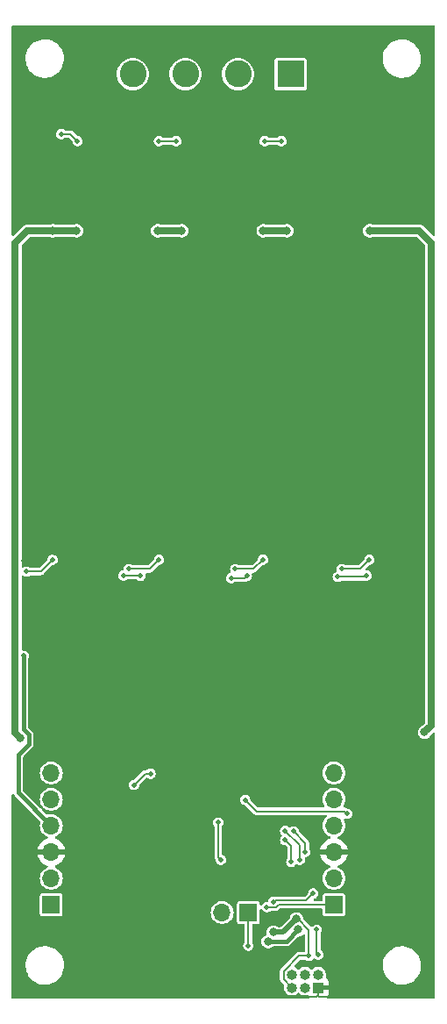
<source format=gbr>
%TF.GenerationSoftware,KiCad,Pcbnew,7.0.7*%
%TF.CreationDate,2024-01-28T22:13:11+01:00*%
%TF.ProjectId,relayTracker,72656c61-7954-4726-9163-6b65722e6b69,rev?*%
%TF.SameCoordinates,Original*%
%TF.FileFunction,Copper,L2,Bot*%
%TF.FilePolarity,Positive*%
%FSLAX46Y46*%
G04 Gerber Fmt 4.6, Leading zero omitted, Abs format (unit mm)*
G04 Created by KiCad (PCBNEW 7.0.7) date 2024-01-28 22:13:11*
%MOMM*%
%LPD*%
G01*
G04 APERTURE LIST*
%TA.AperFunction,ComponentPad*%
%ADD10R,1.000000X1.000000*%
%TD*%
%TA.AperFunction,ComponentPad*%
%ADD11O,1.000000X1.000000*%
%TD*%
%TA.AperFunction,ComponentPad*%
%ADD12R,1.700000X1.700000*%
%TD*%
%TA.AperFunction,ComponentPad*%
%ADD13O,1.700000X1.700000*%
%TD*%
%TA.AperFunction,ComponentPad*%
%ADD14R,2.600000X2.600000*%
%TD*%
%TA.AperFunction,ComponentPad*%
%ADD15C,2.600000*%
%TD*%
%TA.AperFunction,ViaPad*%
%ADD16C,0.800000*%
%TD*%
%TA.AperFunction,ViaPad*%
%ADD17C,0.500000*%
%TD*%
%TA.AperFunction,Conductor*%
%ADD18C,0.200000*%
%TD*%
%TA.AperFunction,Conductor*%
%ADD19C,0.500000*%
%TD*%
%TA.AperFunction,Conductor*%
%ADD20C,0.400000*%
%TD*%
%TA.AperFunction,Conductor*%
%ADD21C,0.700000*%
%TD*%
G04 APERTURE END LIST*
D10*
%TO.P,U201,1*%
%TO.N,GND*%
X120909000Y-103642000D03*
D11*
%TO.P,U201,2*%
%TO.N,/CPU/reset*%
X120909000Y-102372000D03*
%TO.P,U201,3*%
%TO.N,/CPU/MOSI*%
X119639000Y-103642000D03*
%TO.P,U201,4*%
%TO.N,/CPU/LED*%
X119639000Y-102372000D03*
%TO.P,U201,5*%
%TO.N,+5V*%
X118369000Y-103642000D03*
%TO.P,U201,6*%
%TO.N,/CPU/MISO*%
X118369000Y-102372000D03*
%TD*%
D12*
%TO.P,J402,1,Pin_1*%
%TO.N,/B2B/TxToCentral*%
X114173000Y-96393000D03*
D13*
%TO.P,J402,2,Pin_2*%
%TO.N,/B2B/Tx*%
X111633000Y-96393000D03*
%TD*%
D12*
%TO.P,J401,1,Pin_1*%
%TO.N,/B2B/TxToCentral*%
X95123000Y-95631000D03*
D13*
%TO.P,J401,2,Pin_2*%
%TO.N,/B2B/Rx*%
X95123000Y-93091000D03*
%TO.P,J401,3,Pin_3*%
%TO.N,GND*%
X95123000Y-90551000D03*
%TO.P,J401,4,Pin_4*%
%TO.N,+12V*%
X95123000Y-88011000D03*
%TO.P,J401,5,Pin_5*%
%TO.N,+5V*%
X95123000Y-85471000D03*
%TO.P,J401,6,Pin_6*%
%TO.N,/B2B/COM*%
X95123000Y-82931000D03*
%TD*%
D14*
%TO.P,J101,1,Pin_1*%
%TO.N,/relay4/TRACK*%
X118240000Y-15500000D03*
D15*
%TO.P,J101,2,Pin_2*%
%TO.N,/relay3/TRACK*%
X113160000Y-15500000D03*
%TO.P,J101,3,Pin_3*%
%TO.N,/relay2/TRACK*%
X108080000Y-15500000D03*
%TO.P,J101,4,Pin_4*%
%TO.N,/relay1/TRACK*%
X103000000Y-15500000D03*
%TD*%
D12*
%TO.P,J403,1,Pin_1*%
%TO.N,/B2B/TxToCentral*%
X122428000Y-95631000D03*
D13*
%TO.P,J403,2,Pin_2*%
%TO.N,/B2B/Tx*%
X122428000Y-93091000D03*
%TO.P,J403,3,Pin_3*%
%TO.N,GND*%
X122428000Y-90551000D03*
%TO.P,J403,4,Pin_4*%
%TO.N,+12V*%
X122428000Y-88011000D03*
%TO.P,J403,5,Pin_5*%
%TO.N,+5V*%
X122428000Y-85471000D03*
%TO.P,J403,6,Pin_6*%
%TO.N,/B2B/COM*%
X122428000Y-82931000D03*
%TD*%
D16*
%TO.N,GND*%
X99187000Y-85725000D03*
X100076000Y-93980000D03*
X97790000Y-98806000D03*
X92329000Y-90424000D03*
X130302000Y-95631000D03*
X129921000Y-85344000D03*
X110617000Y-94742000D03*
X103505000Y-92837000D03*
X110490000Y-83820000D03*
X108966000Y-86741000D03*
X103886000Y-81153000D03*
X99949000Y-82677000D03*
X98044000Y-74676000D03*
X95377000Y-73279000D03*
X101473000Y-75057000D03*
X108204000Y-75311000D03*
X117602000Y-74549000D03*
X111633000Y-75184000D03*
X122047000Y-74930000D03*
X128270000Y-74676000D03*
X129921000Y-69215000D03*
X125222000Y-53721000D03*
X114427000Y-53594000D03*
X103886000Y-53975000D03*
X94361000Y-53467000D03*
X101092000Y-48260000D03*
X111379000Y-48260000D03*
X121666000Y-48641000D03*
X125095000Y-34036000D03*
X121539000Y-35052000D03*
X114681000Y-33909000D03*
X111252000Y-35052000D03*
X100965000Y-35687000D03*
X104648000Y-33909000D03*
X92964000Y-20955000D03*
X129921000Y-20955000D03*
X102235000Y-21336000D03*
X111887000Y-20193000D03*
X122174000Y-21590000D03*
D17*
X92744817Y-68887000D03*
X123224817Y-58590000D03*
X100872817Y-57838000D03*
X92490817Y-62410000D03*
X92617817Y-58600000D03*
X104051000Y-77379000D03*
X113064817Y-68877000D03*
X124498000Y-77379000D03*
X129794000Y-77343000D03*
X119507000Y-77343000D03*
X102904817Y-68877000D03*
D16*
X106172000Y-90771268D03*
D17*
X130810000Y-57912000D03*
X112903000Y-83820000D03*
X100618817Y-55044000D03*
X119668817Y-56812000D03*
X99348817Y-56822000D03*
X111032817Y-57828000D03*
X110778817Y-55034000D03*
X98933000Y-77089000D03*
X93891000Y-77389000D03*
X109347000Y-77470000D03*
X123097817Y-62400000D03*
X120938817Y-55034000D03*
X104174817Y-58590000D03*
X114334817Y-58590000D03*
X102650817Y-62400000D03*
D16*
X105752324Y-95597268D03*
D17*
X123351817Y-68877000D03*
X115316000Y-81661000D03*
X124621817Y-58590000D03*
X102777817Y-58590000D03*
X129955817Y-56812000D03*
X121192817Y-57828000D03*
X130810000Y-55118000D03*
X112810817Y-62400000D03*
X109508817Y-56812000D03*
X112937817Y-58590000D03*
D16*
X107784324Y-93692268D03*
D17*
X94014817Y-58600000D03*
%TO.N,+5V*%
X122809000Y-64008000D03*
X114021500Y-63905406D03*
X102108500Y-63881000D03*
D16*
X116586000Y-98298000D03*
D17*
X125603000Y-63881000D03*
D16*
X118801185Y-97028000D03*
D17*
X103759000Y-63905406D03*
X120015000Y-100584000D03*
X112522000Y-64135000D03*
%TO.N,/CPU/LED*%
X119675500Y-90551000D03*
X118554500Y-88567388D03*
%TO.N,+12V*%
X92456000Y-71628000D03*
X117347317Y-21971000D03*
X105537000Y-21971000D03*
X107187317Y-21971000D03*
X96086168Y-21283168D03*
X97661333Y-21969333D03*
D16*
X116078000Y-99187000D03*
D17*
X115748317Y-21971000D03*
D16*
X118999000Y-98044000D03*
%TO.N,/B2B/COM*%
X107737317Y-30607000D03*
X95278317Y-30607000D03*
X105410000Y-30607000D03*
X125885317Y-30607000D03*
X92125917Y-79540583D03*
X131191000Y-78994000D03*
X97577317Y-30607000D03*
X115598317Y-30607000D03*
X117897317Y-30607000D03*
D17*
%TO.N,/B2B/Rx*%
X103116444Y-84081556D03*
X104713242Y-82992758D03*
%TO.N,/B2B/TxToCentral*%
X115951000Y-95885000D03*
X114173000Y-99597500D03*
%TO.N,/B2B/Tx*%
X116605593Y-95357407D03*
X111506000Y-91313000D03*
X120427353Y-94554536D03*
X111252000Y-87715500D03*
%TO.N,/CPU/reset*%
X113844451Y-85523457D03*
X120777000Y-98044000D03*
X120909000Y-100457000D03*
X123698000Y-86868000D03*
%TO.N,/CPU/relay1.relay*%
X92719317Y-63500000D03*
X95250000Y-62361000D03*
%TO.N,/CPU/relay2.relay*%
X102616000Y-63246000D03*
X105537000Y-62351000D03*
%TO.N,/CPU/relay3.relay*%
X115570000Y-62351000D03*
X112903000Y-63246000D03*
%TO.N,/CPU/relay4.relay*%
X125857000Y-62351000D03*
X123190000Y-63246000D03*
%TO.N,/CPU/MOSI*%
X117721444Y-89400444D03*
X118302242Y-91505242D03*
%TO.N,/CPU/MISO*%
X117729000Y-88519000D03*
X119126000Y-91313000D03*
%TD*%
D18*
%TO.N,GND*%
X120909000Y-104267000D02*
X120909000Y-104389000D01*
X120777000Y-104521000D02*
X116586000Y-104521000D01*
X121031000Y-104521000D02*
X123571000Y-104521000D01*
X120909000Y-103642000D02*
X120909000Y-104267000D01*
X120909000Y-104399000D02*
X121031000Y-104521000D01*
X120909000Y-104389000D02*
X120777000Y-104521000D01*
X120909000Y-104267000D02*
X120909000Y-104399000D01*
%TO.N,+5V*%
X118972950Y-97028000D02*
X118801185Y-97028000D01*
X114021500Y-63905406D02*
X113791906Y-64135000D01*
D19*
X116586000Y-98298000D02*
X117531185Y-98298000D01*
D18*
X118369000Y-103642000D02*
X117569000Y-102842000D01*
X102108500Y-63881000D02*
X102132906Y-63905406D01*
X102132906Y-63905406D02*
X103759000Y-63905406D01*
X119025629Y-100584000D02*
X120015000Y-100584000D01*
X117569000Y-102842000D02*
X117569000Y-102040629D01*
X122809000Y-64008000D02*
X125476000Y-64008000D01*
X117569000Y-102040629D02*
X119025629Y-100584000D01*
X120015000Y-100584000D02*
X120015000Y-98070050D01*
D19*
X117531185Y-98298000D02*
X118801185Y-97028000D01*
D18*
X113791906Y-64135000D02*
X112522000Y-64135000D01*
X125476000Y-64008000D02*
X125603000Y-63881000D01*
X120015000Y-98070050D02*
X118972950Y-97028000D01*
%TO.N,/CPU/LED*%
X119675500Y-89688388D02*
X118554500Y-88567388D01*
X119675500Y-90551000D02*
X119675500Y-89688388D01*
D20*
%TO.N,+12V*%
X92456000Y-78740000D02*
X92964000Y-79248000D01*
D18*
X115748317Y-21971000D02*
X117347317Y-21971000D01*
X96086168Y-21283168D02*
X96975168Y-21283168D01*
X96975168Y-21283168D02*
X97661333Y-21969333D01*
D20*
X117856000Y-99187000D02*
X116078000Y-99187000D01*
X91948000Y-84836000D02*
X95123000Y-88011000D01*
X92456000Y-71628000D02*
X92456000Y-78740000D01*
D18*
X105537000Y-21971000D02*
X107187317Y-21971000D01*
D20*
X91948000Y-81153000D02*
X91948000Y-84836000D01*
X92964000Y-79248000D02*
X92964000Y-80137000D01*
X92964000Y-80137000D02*
X91948000Y-81153000D01*
X118999000Y-98044000D02*
X117856000Y-99187000D01*
D21*
%TO.N,/B2B/COM*%
X131191000Y-78994000D02*
X131850000Y-78335000D01*
X95278317Y-30607000D02*
X97577317Y-30607000D01*
X91650000Y-79064666D02*
X91650000Y-31794000D01*
X92837000Y-30607000D02*
X95278317Y-30607000D01*
X105410000Y-30607000D02*
X107737317Y-30607000D01*
X130683000Y-30607000D02*
X125885317Y-30607000D01*
X115598317Y-30607000D02*
X117897317Y-30607000D01*
X91650000Y-31794000D02*
X92837000Y-30607000D01*
X131850000Y-78335000D02*
X131850000Y-31774000D01*
X92125917Y-79540583D02*
X91650000Y-79064666D01*
X131850000Y-31774000D02*
X130683000Y-30607000D01*
D18*
%TO.N,/B2B/Rx*%
X104205242Y-82992758D02*
X103116444Y-84081556D01*
X104713242Y-82992758D02*
X104205242Y-82992758D01*
%TO.N,/B2B/TxToCentral*%
X117109818Y-95631000D02*
X122428000Y-95631000D01*
X116377775Y-95907407D02*
X116833411Y-95907407D01*
X116833411Y-95907407D02*
X117109818Y-95631000D01*
X115951000Y-95885000D02*
X116355368Y-95885000D01*
X114173000Y-99597500D02*
X114173000Y-96393000D01*
X116355368Y-95885000D02*
X116377775Y-95907407D01*
%TO.N,/B2B/Tx*%
X119750889Y-95231000D02*
X120427353Y-94554536D01*
X116732000Y-95231000D02*
X119750889Y-95231000D01*
X116605593Y-95357407D02*
X116732000Y-95231000D01*
X111252000Y-87715500D02*
X111252000Y-91059000D01*
X111252000Y-91059000D02*
X111506000Y-91313000D01*
%TO.N,/CPU/reset*%
X120777000Y-98044000D02*
X120777000Y-100325000D01*
X120777000Y-100325000D02*
X120909000Y-100457000D01*
X123451000Y-86621000D02*
X123698000Y-86868000D01*
X114941994Y-86621000D02*
X123451000Y-86621000D01*
X113844451Y-85523457D02*
X114941994Y-86621000D01*
%TO.N,/CPU/relay1.relay*%
X92719317Y-63500000D02*
X94111000Y-63500000D01*
X94111000Y-63500000D02*
X95250000Y-62361000D01*
%TO.N,/CPU/relay2.relay*%
X104642000Y-63246000D02*
X105537000Y-62351000D01*
X102616000Y-63246000D02*
X104642000Y-63246000D01*
%TO.N,/CPU/relay3.relay*%
X112903000Y-63246000D02*
X114675000Y-63246000D01*
X114675000Y-63246000D02*
X115570000Y-62351000D01*
%TO.N,/CPU/relay4.relay*%
X124962000Y-63246000D02*
X125857000Y-62351000D01*
X123190000Y-63246000D02*
X124962000Y-63246000D01*
%TO.N,/CPU/MOSI*%
X118302242Y-89981242D02*
X117721444Y-89400444D01*
X118302242Y-91505242D02*
X118302242Y-89981242D01*
%TO.N,/CPU/MISO*%
X119126000Y-91313000D02*
X119126000Y-89916000D01*
X119126000Y-89916000D02*
X117729000Y-88519000D01*
%TD*%
%TA.AperFunction,Conductor*%
%TO.N,GND*%
G36*
X132142539Y-10820185D02*
G01*
X132188294Y-10872989D01*
X132199500Y-10924500D01*
X132199500Y-30974903D01*
X132179815Y-31041942D01*
X132127011Y-31087697D01*
X132057853Y-31097641D01*
X131994297Y-31068616D01*
X131987819Y-31062584D01*
X131689053Y-30763818D01*
X131138320Y-30213085D01*
X131132980Y-30206995D01*
X131111282Y-30178718D01*
X130985841Y-30082464D01*
X130839762Y-30021956D01*
X130839760Y-30021955D01*
X130722361Y-30006500D01*
X130683000Y-30001318D01*
X130647670Y-30005969D01*
X130639572Y-30006500D01*
X126171483Y-30006500D01*
X126125386Y-29995137D01*
X126124694Y-29996963D01*
X126117682Y-29994303D01*
X125964303Y-29956500D01*
X125964302Y-29956500D01*
X125806332Y-29956500D01*
X125806331Y-29956500D01*
X125652951Y-29994303D01*
X125513079Y-30067715D01*
X125394833Y-30172471D01*
X125305098Y-30302475D01*
X125305097Y-30302476D01*
X125249079Y-30450181D01*
X125230039Y-30606999D01*
X125230039Y-30607000D01*
X125249079Y-30763818D01*
X125305096Y-30911522D01*
X125305097Y-30911523D01*
X125394834Y-31041530D01*
X125513077Y-31146283D01*
X125513079Y-31146284D01*
X125652951Y-31219696D01*
X125806331Y-31257500D01*
X125806332Y-31257500D01*
X125964302Y-31257500D01*
X126117682Y-31219696D01*
X126124694Y-31217037D01*
X126125386Y-31218862D01*
X126171483Y-31207500D01*
X130382903Y-31207500D01*
X130449942Y-31227185D01*
X130470584Y-31243819D01*
X131213181Y-31986415D01*
X131246666Y-32047738D01*
X131249500Y-32074096D01*
X131249500Y-78034902D01*
X131229815Y-78101941D01*
X131213181Y-78122583D01*
X130963195Y-78372568D01*
X130933142Y-78394683D01*
X130818758Y-78454718D01*
X130700516Y-78559471D01*
X130610781Y-78689475D01*
X130610780Y-78689476D01*
X130554762Y-78837181D01*
X130535721Y-78993999D01*
X130535721Y-78994000D01*
X130554762Y-79150818D01*
X130589086Y-79241321D01*
X130610780Y-79298523D01*
X130700517Y-79428530D01*
X130818760Y-79533283D01*
X130818762Y-79533284D01*
X130958634Y-79606696D01*
X131112014Y-79644500D01*
X131112015Y-79644500D01*
X131269985Y-79644500D01*
X131423365Y-79606696D01*
X131503950Y-79564401D01*
X131563240Y-79533283D01*
X131681483Y-79428530D01*
X131771220Y-79298523D01*
X131783474Y-79266209D01*
X131811734Y-79222499D01*
X131987819Y-79046414D01*
X132049142Y-79012930D01*
X132118834Y-79017914D01*
X132174767Y-79059786D01*
X132199184Y-79125250D01*
X132199500Y-79134096D01*
X132199500Y-104575500D01*
X132179815Y-104642539D01*
X132127011Y-104688294D01*
X132075500Y-104699500D01*
X121863958Y-104699500D01*
X121796919Y-104679815D01*
X121751164Y-104627011D01*
X121741220Y-104557853D01*
X121764692Y-104501189D01*
X121852350Y-104384093D01*
X121852354Y-104384086D01*
X121902596Y-104249379D01*
X121902598Y-104249372D01*
X121908999Y-104189844D01*
X121909000Y-104189827D01*
X121909000Y-103892000D01*
X121371047Y-103892000D01*
X121304008Y-103872315D01*
X121258253Y-103819511D01*
X121248309Y-103750353D01*
X121250842Y-103737557D01*
X121252979Y-103729114D01*
X121252982Y-103729108D01*
X121262628Y-103612698D01*
X121245849Y-103546438D01*
X121248475Y-103476619D01*
X121288431Y-103419302D01*
X121353032Y-103392686D01*
X121366055Y-103392000D01*
X121909000Y-103392000D01*
X121909000Y-103094172D01*
X121908999Y-103094155D01*
X121902598Y-103034627D01*
X121902596Y-103034620D01*
X121852354Y-102899913D01*
X121852350Y-102899906D01*
X121766190Y-102784812D01*
X121766187Y-102784809D01*
X121675279Y-102716755D01*
X121633408Y-102660822D01*
X121628424Y-102591130D01*
X121632542Y-102576555D01*
X121645313Y-102540059D01*
X121653592Y-102466580D01*
X121664249Y-102372002D01*
X121664249Y-102371997D01*
X121645314Y-102203943D01*
X121614860Y-102116913D01*
X121589456Y-102044310D01*
X121589455Y-102044309D01*
X121589454Y-102044305D01*
X121589452Y-102044302D01*
X121499481Y-101901115D01*
X121499476Y-101901109D01*
X121379890Y-101781523D01*
X121379884Y-101781518D01*
X121236697Y-101691547D01*
X121236694Y-101691545D01*
X121077056Y-101635685D01*
X120909003Y-101616751D01*
X120908997Y-101616751D01*
X120740943Y-101635685D01*
X120581305Y-101691545D01*
X120581302Y-101691547D01*
X120438115Y-101781518D01*
X120438109Y-101781523D01*
X120361681Y-101857952D01*
X120300358Y-101891437D01*
X120230666Y-101886453D01*
X120186319Y-101857952D01*
X120109890Y-101781523D01*
X120109884Y-101781518D01*
X119966697Y-101691547D01*
X119966694Y-101691545D01*
X119807056Y-101635685D01*
X119639003Y-101616751D01*
X119638997Y-101616751D01*
X119470943Y-101635685D01*
X119311305Y-101691545D01*
X119311302Y-101691547D01*
X119168115Y-101781518D01*
X119168109Y-101781523D01*
X119091681Y-101857952D01*
X119030358Y-101891437D01*
X118960666Y-101886453D01*
X118916319Y-101857952D01*
X118839890Y-101781523D01*
X118839884Y-101781518D01*
X118696697Y-101691547D01*
X118696688Y-101691543D01*
X118673372Y-101683384D01*
X118616596Y-101642662D01*
X118590850Y-101577709D01*
X118592802Y-101567763D01*
X127145787Y-101567763D01*
X127175413Y-101837013D01*
X127175415Y-101837024D01*
X127229607Y-102044310D01*
X127243928Y-102099088D01*
X127349870Y-102348390D01*
X127421998Y-102466575D01*
X127490979Y-102579605D01*
X127490986Y-102579615D01*
X127664253Y-102787819D01*
X127664259Y-102787824D01*
X127757132Y-102871038D01*
X127865998Y-102968582D01*
X128091910Y-103118044D01*
X128337176Y-103233020D01*
X128337183Y-103233022D01*
X128337185Y-103233023D01*
X128596557Y-103311057D01*
X128596564Y-103311058D01*
X128596569Y-103311060D01*
X128864561Y-103350500D01*
X128864566Y-103350500D01*
X129067636Y-103350500D01*
X129119133Y-103346730D01*
X129270156Y-103335677D01*
X129382758Y-103310593D01*
X129534546Y-103276782D01*
X129534548Y-103276781D01*
X129534553Y-103276780D01*
X129787558Y-103180014D01*
X130023777Y-103047441D01*
X130238177Y-102881888D01*
X130426186Y-102686881D01*
X130583799Y-102466579D01*
X130657787Y-102322669D01*
X130707649Y-102225690D01*
X130707651Y-102225684D01*
X130707656Y-102225675D01*
X130795118Y-101969305D01*
X130844319Y-101702933D01*
X130854212Y-101432235D01*
X130824586Y-101162982D01*
X130756072Y-100900912D01*
X130650130Y-100651610D01*
X130509018Y-100420390D01*
X130507845Y-100418981D01*
X130335746Y-100212180D01*
X130335740Y-100212175D01*
X130134002Y-100031418D01*
X129908092Y-99881957D01*
X129884448Y-99870873D01*
X129662824Y-99766980D01*
X129662819Y-99766978D01*
X129662814Y-99766976D01*
X129403442Y-99688942D01*
X129403428Y-99688939D01*
X129287791Y-99671921D01*
X129135439Y-99649500D01*
X128932369Y-99649500D01*
X128932364Y-99649500D01*
X128729844Y-99664323D01*
X128729831Y-99664325D01*
X128465453Y-99723217D01*
X128465446Y-99723220D01*
X128212439Y-99819987D01*
X127976226Y-99952557D01*
X127976224Y-99952558D01*
X127976223Y-99952559D01*
X127913893Y-100000688D01*
X127761822Y-100118112D01*
X127573822Y-100313109D01*
X127573816Y-100313116D01*
X127416202Y-100533419D01*
X127416199Y-100533424D01*
X127292350Y-100774309D01*
X127292343Y-100774327D01*
X127204884Y-101030685D01*
X127204881Y-101030699D01*
X127155681Y-101297068D01*
X127155680Y-101297075D01*
X127145787Y-101567763D01*
X118592802Y-101567763D01*
X118604307Y-101509147D01*
X118626643Y-101478666D01*
X119134491Y-100970819D01*
X119195815Y-100937334D01*
X119222173Y-100934500D01*
X119601105Y-100934500D01*
X119668144Y-100954185D01*
X119682312Y-100964790D01*
X119683866Y-100966137D01*
X119683872Y-100966143D01*
X119804947Y-101043953D01*
X119804950Y-101043954D01*
X119804949Y-101043954D01*
X119943036Y-101084499D01*
X119943038Y-101084500D01*
X119943039Y-101084500D01*
X120086962Y-101084500D01*
X120086962Y-101084499D01*
X120225053Y-101043953D01*
X120346128Y-100966143D01*
X120429342Y-100870107D01*
X120488117Y-100832335D01*
X120557987Y-100832335D01*
X120590092Y-100846997D01*
X120698944Y-100916952D01*
X120698949Y-100916954D01*
X120837036Y-100957499D01*
X120837038Y-100957500D01*
X120837039Y-100957500D01*
X120980962Y-100957500D01*
X120980962Y-100957499D01*
X121119053Y-100916953D01*
X121240128Y-100839143D01*
X121334377Y-100730373D01*
X121394165Y-100599457D01*
X121414647Y-100457000D01*
X121394165Y-100314543D01*
X121334377Y-100183627D01*
X121334375Y-100183625D01*
X121334374Y-100183622D01*
X121240133Y-100074862D01*
X121240130Y-100074859D01*
X121240128Y-100074857D01*
X121184460Y-100039081D01*
X121138705Y-99986277D01*
X121127500Y-99934766D01*
X121127500Y-98450035D01*
X121147185Y-98382996D01*
X121157782Y-98368837D01*
X121202377Y-98317373D01*
X121262165Y-98186457D01*
X121282647Y-98044000D01*
X121262165Y-97901543D01*
X121202377Y-97770627D01*
X121108128Y-97661857D01*
X120987053Y-97584047D01*
X120987051Y-97584046D01*
X120987049Y-97584045D01*
X120987050Y-97584045D01*
X120848963Y-97543500D01*
X120848961Y-97543500D01*
X120705039Y-97543500D01*
X120705036Y-97543500D01*
X120566949Y-97584045D01*
X120445872Y-97661857D01*
X120445869Y-97661859D01*
X120373677Y-97745173D01*
X120314899Y-97782947D01*
X120245029Y-97782947D01*
X120192284Y-97751651D01*
X119485038Y-97044406D01*
X119451553Y-96983083D01*
X119449623Y-96971671D01*
X119449202Y-96968203D01*
X119437422Y-96871182D01*
X119381405Y-96723477D01*
X119291668Y-96593470D01*
X119173425Y-96488717D01*
X119173423Y-96488716D01*
X119173422Y-96488715D01*
X119033550Y-96415303D01*
X118880171Y-96377500D01*
X118880170Y-96377500D01*
X118722200Y-96377500D01*
X118722199Y-96377500D01*
X118568819Y-96415303D01*
X118428947Y-96488715D01*
X118310701Y-96593471D01*
X118220966Y-96723475D01*
X118220965Y-96723476D01*
X118164948Y-96871178D01*
X118164947Y-96871182D01*
X118158324Y-96925728D01*
X118130701Y-96989905D01*
X118122909Y-96998460D01*
X117360190Y-97761181D01*
X117298867Y-97794666D01*
X117272509Y-97797500D01*
X117049044Y-97797500D01*
X116982005Y-97777815D01*
X116966820Y-97766318D01*
X116958240Y-97758717D01*
X116958238Y-97758716D01*
X116958237Y-97758715D01*
X116958233Y-97758712D01*
X116818365Y-97685303D01*
X116664986Y-97647500D01*
X116664985Y-97647500D01*
X116507015Y-97647500D01*
X116507014Y-97647500D01*
X116353634Y-97685303D01*
X116213762Y-97758715D01*
X116095516Y-97863471D01*
X116005781Y-97993475D01*
X116005780Y-97993476D01*
X115949762Y-98141181D01*
X115930721Y-98297999D01*
X115930722Y-98298000D01*
X115947582Y-98436859D01*
X115936121Y-98505782D01*
X115889217Y-98557568D01*
X115854164Y-98572201D01*
X115845635Y-98574303D01*
X115845634Y-98574303D01*
X115705762Y-98647715D01*
X115587516Y-98752471D01*
X115497781Y-98882475D01*
X115497780Y-98882476D01*
X115441762Y-99030181D01*
X115422721Y-99186999D01*
X115422721Y-99187000D01*
X115441762Y-99343818D01*
X115497779Y-99491522D01*
X115497780Y-99491523D01*
X115587517Y-99621530D01*
X115705760Y-99726283D01*
X115705762Y-99726284D01*
X115845634Y-99799696D01*
X115999014Y-99837500D01*
X115999015Y-99837500D01*
X116156985Y-99837500D01*
X116310365Y-99799696D01*
X116372699Y-99766980D01*
X116450240Y-99726283D01*
X116515256Y-99668683D01*
X116578490Y-99638963D01*
X116597483Y-99637500D01*
X117827217Y-99637500D01*
X117834155Y-99637889D01*
X117866050Y-99641483D01*
X117873034Y-99642270D01*
X117873034Y-99642269D01*
X117873035Y-99642270D01*
X117931479Y-99631211D01*
X117990287Y-99622348D01*
X117990290Y-99622346D01*
X117998447Y-99619830D01*
X118006469Y-99617023D01*
X118006472Y-99617023D01*
X118059072Y-99589222D01*
X118112642Y-99563425D01*
X118112642Y-99563424D01*
X118112644Y-99563424D01*
X118119695Y-99558616D01*
X118126538Y-99553566D01*
X118168599Y-99511504D01*
X118168598Y-99511503D01*
X118212194Y-99471055D01*
X118212196Y-99471050D01*
X118217987Y-99463790D01*
X118218643Y-99464313D01*
X118228032Y-99452070D01*
X118949284Y-98730819D01*
X119010607Y-98697334D01*
X119036965Y-98694500D01*
X119077985Y-98694500D01*
X119231365Y-98656696D01*
X119248477Y-98647715D01*
X119371240Y-98583283D01*
X119458273Y-98506178D01*
X119521506Y-98476457D01*
X119590769Y-98485641D01*
X119644073Y-98530813D01*
X119664493Y-98597632D01*
X119664500Y-98598994D01*
X119664500Y-100109500D01*
X119644815Y-100176539D01*
X119592011Y-100222294D01*
X119540500Y-100233500D01*
X119074835Y-100233500D01*
X119049390Y-100230861D01*
X119040314Y-100228958D01*
X119040311Y-100228958D01*
X119007697Y-100233023D01*
X119000021Y-100233500D01*
X118996589Y-100233500D01*
X118982248Y-100235892D01*
X118975077Y-100237089D01*
X118958250Y-100239186D01*
X118924236Y-100243427D01*
X118924235Y-100243427D01*
X118924230Y-100243428D01*
X118917204Y-100245519D01*
X118910252Y-100247906D01*
X118865184Y-100272295D01*
X118819141Y-100294803D01*
X118813195Y-100299048D01*
X118807371Y-100303581D01*
X118772671Y-100341275D01*
X117355955Y-101757990D01*
X117336106Y-101774111D01*
X117328331Y-101779191D01*
X117308143Y-101805127D01*
X117303067Y-101810877D01*
X117300634Y-101813310D01*
X117300623Y-101813323D01*
X117287954Y-101831067D01*
X117256483Y-101871501D01*
X117252975Y-101877982D01*
X117249760Y-101884561D01*
X117235138Y-101933674D01*
X117218498Y-101982145D01*
X117217294Y-101989362D01*
X117216382Y-101996675D01*
X117218500Y-102047860D01*
X117218499Y-102792790D01*
X117215861Y-102818232D01*
X117213956Y-102827315D01*
X117218023Y-102859937D01*
X117218500Y-102867614D01*
X117218500Y-102871038D01*
X117222087Y-102892541D01*
X117228427Y-102943393D01*
X117230520Y-102950426D01*
X117232908Y-102957381D01*
X117257295Y-103002444D01*
X117279801Y-103048483D01*
X117284065Y-103054455D01*
X117288580Y-103060256D01*
X117326275Y-103094958D01*
X117597810Y-103366492D01*
X117631295Y-103427815D01*
X117633349Y-103468056D01*
X117613751Y-103641996D01*
X117613751Y-103642002D01*
X117632685Y-103810056D01*
X117688545Y-103969694D01*
X117688547Y-103969697D01*
X117778518Y-104112884D01*
X117778523Y-104112890D01*
X117898109Y-104232476D01*
X117898115Y-104232481D01*
X118041302Y-104322452D01*
X118041305Y-104322454D01*
X118041309Y-104322455D01*
X118041310Y-104322456D01*
X118113913Y-104347860D01*
X118200943Y-104378314D01*
X118368997Y-104397249D01*
X118369000Y-104397249D01*
X118369003Y-104397249D01*
X118537056Y-104378314D01*
X118537059Y-104378313D01*
X118696690Y-104322456D01*
X118696692Y-104322454D01*
X118696694Y-104322454D01*
X118696697Y-104322452D01*
X118839884Y-104232481D01*
X118839885Y-104232480D01*
X118839890Y-104232477D01*
X118916318Y-104156048D01*
X118977642Y-104122563D01*
X119047334Y-104127547D01*
X119091681Y-104156048D01*
X119168109Y-104232476D01*
X119168115Y-104232481D01*
X119311302Y-104322452D01*
X119311305Y-104322454D01*
X119311309Y-104322455D01*
X119311310Y-104322456D01*
X119383913Y-104347860D01*
X119470943Y-104378314D01*
X119638997Y-104397249D01*
X119639000Y-104397249D01*
X119639003Y-104397249D01*
X119807052Y-104378314D01*
X119807052Y-104378313D01*
X119807059Y-104378313D01*
X119843537Y-104365548D01*
X119913311Y-104361986D01*
X119973939Y-104396714D01*
X119983755Y-104408279D01*
X120053308Y-104501189D01*
X120077726Y-104566653D01*
X120062875Y-104634926D01*
X120013470Y-104684332D01*
X119954042Y-104699500D01*
X91424500Y-104699500D01*
X91357461Y-104679815D01*
X91311706Y-104627011D01*
X91300500Y-104575500D01*
X91300500Y-101567763D01*
X92645787Y-101567763D01*
X92675413Y-101837013D01*
X92675415Y-101837024D01*
X92729607Y-102044310D01*
X92743928Y-102099088D01*
X92849870Y-102348390D01*
X92921998Y-102466575D01*
X92990979Y-102579605D01*
X92990986Y-102579615D01*
X93164253Y-102787819D01*
X93164259Y-102787824D01*
X93257132Y-102871038D01*
X93365998Y-102968582D01*
X93591910Y-103118044D01*
X93837176Y-103233020D01*
X93837183Y-103233022D01*
X93837185Y-103233023D01*
X94096557Y-103311057D01*
X94096564Y-103311058D01*
X94096569Y-103311060D01*
X94364561Y-103350500D01*
X94364566Y-103350500D01*
X94567636Y-103350500D01*
X94619133Y-103346730D01*
X94770156Y-103335677D01*
X94882758Y-103310593D01*
X95034546Y-103276782D01*
X95034548Y-103276781D01*
X95034553Y-103276780D01*
X95287558Y-103180014D01*
X95523777Y-103047441D01*
X95738177Y-102881888D01*
X95926186Y-102686881D01*
X96083799Y-102466579D01*
X96157787Y-102322669D01*
X96207649Y-102225690D01*
X96207651Y-102225684D01*
X96207656Y-102225675D01*
X96295118Y-101969305D01*
X96344319Y-101702933D01*
X96354212Y-101432235D01*
X96324586Y-101162982D01*
X96256072Y-100900912D01*
X96150130Y-100651610D01*
X96009018Y-100420390D01*
X96007845Y-100418981D01*
X95835746Y-100212180D01*
X95835740Y-100212175D01*
X95634002Y-100031418D01*
X95408092Y-99881957D01*
X95384448Y-99870873D01*
X95162824Y-99766980D01*
X95162819Y-99766978D01*
X95162814Y-99766976D01*
X94903442Y-99688942D01*
X94903428Y-99688939D01*
X94787791Y-99671921D01*
X94635439Y-99649500D01*
X94432369Y-99649500D01*
X94432364Y-99649500D01*
X94229844Y-99664323D01*
X94229831Y-99664325D01*
X93965453Y-99723217D01*
X93965446Y-99723220D01*
X93712439Y-99819987D01*
X93476226Y-99952557D01*
X93476224Y-99952558D01*
X93476223Y-99952559D01*
X93413893Y-100000688D01*
X93261822Y-100118112D01*
X93073822Y-100313109D01*
X93073816Y-100313116D01*
X92916202Y-100533419D01*
X92916199Y-100533424D01*
X92792350Y-100774309D01*
X92792343Y-100774327D01*
X92704884Y-101030685D01*
X92704881Y-101030699D01*
X92655681Y-101297068D01*
X92655680Y-101297075D01*
X92645787Y-101567763D01*
X91300500Y-101567763D01*
X91300500Y-96505678D01*
X94022500Y-96505678D01*
X94037032Y-96578735D01*
X94037033Y-96578739D01*
X94037034Y-96578740D01*
X94092399Y-96661601D01*
X94175260Y-96716965D01*
X94175260Y-96716966D01*
X94175264Y-96716967D01*
X94248321Y-96731499D01*
X94248324Y-96731500D01*
X94248326Y-96731500D01*
X95997676Y-96731500D01*
X95997677Y-96731499D01*
X96070740Y-96716966D01*
X96153601Y-96661601D01*
X96208966Y-96578740D01*
X96223500Y-96505674D01*
X96223500Y-96393000D01*
X110527785Y-96393000D01*
X110546602Y-96596082D01*
X110602417Y-96792247D01*
X110602422Y-96792260D01*
X110693327Y-96974821D01*
X110816237Y-97137581D01*
X110966958Y-97274980D01*
X110966960Y-97274982D01*
X111066141Y-97336392D01*
X111140363Y-97382348D01*
X111330544Y-97456024D01*
X111531024Y-97493500D01*
X111531026Y-97493500D01*
X111734974Y-97493500D01*
X111734976Y-97493500D01*
X111935456Y-97456024D01*
X112125637Y-97382348D01*
X112299041Y-97274981D01*
X112307052Y-97267678D01*
X113072500Y-97267678D01*
X113087032Y-97340735D01*
X113087033Y-97340739D01*
X113087034Y-97340740D01*
X113142399Y-97423601D01*
X113225260Y-97478966D01*
X113225264Y-97478967D01*
X113298321Y-97493499D01*
X113298324Y-97493500D01*
X113298326Y-97493500D01*
X113698500Y-97493500D01*
X113765539Y-97513185D01*
X113811294Y-97565989D01*
X113822500Y-97617500D01*
X113822500Y-99191463D01*
X113802815Y-99258502D01*
X113792214Y-99272664D01*
X113747625Y-99324123D01*
X113747622Y-99324128D01*
X113687834Y-99455043D01*
X113667353Y-99597499D01*
X113687834Y-99739956D01*
X113700174Y-99766976D01*
X113747623Y-99870873D01*
X113841872Y-99979643D01*
X113962947Y-100057453D01*
X113962950Y-100057454D01*
X113962949Y-100057454D01*
X114101036Y-100097999D01*
X114101038Y-100098000D01*
X114101039Y-100098000D01*
X114244962Y-100098000D01*
X114244962Y-100097999D01*
X114383053Y-100057453D01*
X114504128Y-99979643D01*
X114598377Y-99870873D01*
X114658165Y-99739957D01*
X114678647Y-99597500D01*
X114658165Y-99455043D01*
X114598377Y-99324127D01*
X114598374Y-99324123D01*
X114553786Y-99272664D01*
X114524762Y-99209108D01*
X114523500Y-99191463D01*
X114523500Y-97617500D01*
X114543185Y-97550461D01*
X114595989Y-97504706D01*
X114647500Y-97493500D01*
X115047676Y-97493500D01*
X115047677Y-97493499D01*
X115120740Y-97478966D01*
X115203601Y-97423601D01*
X115258966Y-97340740D01*
X115273500Y-97267674D01*
X115273500Y-96176319D01*
X115293185Y-96109280D01*
X115345989Y-96063525D01*
X115415147Y-96053581D01*
X115478703Y-96082606D01*
X115510292Y-96124805D01*
X115525623Y-96158373D01*
X115619872Y-96267143D01*
X115740947Y-96344953D01*
X115740950Y-96344954D01*
X115740949Y-96344954D01*
X115879036Y-96385499D01*
X115879038Y-96385500D01*
X115879039Y-96385500D01*
X116022962Y-96385500D01*
X116022962Y-96385499D01*
X116161050Y-96344954D01*
X116161051Y-96344954D01*
X116161053Y-96344953D01*
X116262111Y-96280006D01*
X116324024Y-96260429D01*
X116333820Y-96260023D01*
X116333821Y-96260024D01*
X116385006Y-96257907D01*
X116784200Y-96257907D01*
X116809645Y-96260545D01*
X116818726Y-96262450D01*
X116834416Y-96260494D01*
X116851350Y-96258384D01*
X116859026Y-96257907D01*
X116862446Y-96257907D01*
X116862451Y-96257907D01*
X116866019Y-96257311D01*
X116883950Y-96254320D01*
X116911369Y-96250901D01*
X116934804Y-96247980D01*
X116934813Y-96247975D01*
X116941862Y-96245877D01*
X116948788Y-96243499D01*
X116948792Y-96243499D01*
X116993855Y-96219111D01*
X117039895Y-96196605D01*
X117039898Y-96196601D01*
X117045864Y-96192342D01*
X117051665Y-96187826D01*
X117051669Y-96187825D01*
X117086368Y-96150131D01*
X117130999Y-96105500D01*
X117218682Y-96017818D01*
X117280006Y-95984334D01*
X117306363Y-95981500D01*
X121203500Y-95981500D01*
X121270539Y-96001185D01*
X121316294Y-96053989D01*
X121327500Y-96105500D01*
X121327500Y-96505678D01*
X121342032Y-96578735D01*
X121342033Y-96578739D01*
X121342034Y-96578740D01*
X121397399Y-96661601D01*
X121480259Y-96716966D01*
X121480260Y-96716966D01*
X121480264Y-96716967D01*
X121553321Y-96731499D01*
X121553324Y-96731500D01*
X121553326Y-96731500D01*
X123302676Y-96731500D01*
X123302677Y-96731499D01*
X123375740Y-96716966D01*
X123458601Y-96661601D01*
X123513966Y-96578740D01*
X123528500Y-96505674D01*
X123528500Y-94756326D01*
X123528499Y-94756326D01*
X123528500Y-94756323D01*
X123528499Y-94756321D01*
X123513967Y-94683264D01*
X123513966Y-94683260D01*
X123458601Y-94600399D01*
X123375740Y-94545034D01*
X123375739Y-94545033D01*
X123375735Y-94545032D01*
X123302677Y-94530500D01*
X123302674Y-94530500D01*
X121553326Y-94530500D01*
X121553323Y-94530500D01*
X121480264Y-94545032D01*
X121480260Y-94545033D01*
X121397399Y-94600399D01*
X121342033Y-94683260D01*
X121342032Y-94683264D01*
X121327500Y-94756321D01*
X121327500Y-95156500D01*
X121307815Y-95223539D01*
X121255011Y-95269294D01*
X121203500Y-95280500D01*
X120593895Y-95280500D01*
X120526856Y-95260815D01*
X120481101Y-95208011D01*
X120471157Y-95138853D01*
X120500182Y-95075297D01*
X120558960Y-95037523D01*
X120558961Y-95037523D01*
X120637403Y-95014490D01*
X120637403Y-95014489D01*
X120637406Y-95014489D01*
X120758481Y-94936679D01*
X120852730Y-94827909D01*
X120912518Y-94696993D01*
X120933000Y-94554536D01*
X120912518Y-94412079D01*
X120852730Y-94281163D01*
X120758481Y-94172393D01*
X120637406Y-94094583D01*
X120637404Y-94094582D01*
X120637402Y-94094581D01*
X120637403Y-94094581D01*
X120499316Y-94054036D01*
X120499314Y-94054036D01*
X120355392Y-94054036D01*
X120355389Y-94054036D01*
X120217302Y-94094581D01*
X120096226Y-94172392D01*
X120001976Y-94281162D01*
X120001975Y-94281164D01*
X119942187Y-94412079D01*
X119925905Y-94525324D01*
X119896879Y-94588879D01*
X119890849Y-94595357D01*
X119642024Y-94844182D01*
X119580704Y-94877666D01*
X119554345Y-94880500D01*
X116781208Y-94880500D01*
X116755761Y-94877861D01*
X116737201Y-94873969D01*
X116735080Y-94873545D01*
X116729771Y-94872237D01*
X116677556Y-94856907D01*
X116677554Y-94856907D01*
X116533632Y-94856907D01*
X116533629Y-94856907D01*
X116395542Y-94897452D01*
X116274466Y-94975263D01*
X116180216Y-95084033D01*
X116180215Y-95084035D01*
X116120427Y-95214950D01*
X116111342Y-95278146D01*
X116082317Y-95341702D01*
X116023540Y-95379477D01*
X115988604Y-95384500D01*
X115879036Y-95384500D01*
X115740949Y-95425045D01*
X115619873Y-95502856D01*
X115525623Y-95611626D01*
X115525622Y-95611628D01*
X115510294Y-95645192D01*
X115464539Y-95697996D01*
X115397499Y-95717680D01*
X115330460Y-95697995D01*
X115284705Y-95645191D01*
X115273500Y-95593680D01*
X115273500Y-95518323D01*
X115273499Y-95518321D01*
X115258967Y-95445264D01*
X115258966Y-95445260D01*
X115234935Y-95409295D01*
X115203601Y-95362399D01*
X115120740Y-95307034D01*
X115120739Y-95307033D01*
X115120735Y-95307032D01*
X115047677Y-95292500D01*
X115047674Y-95292500D01*
X113298326Y-95292500D01*
X113298323Y-95292500D01*
X113225264Y-95307032D01*
X113225260Y-95307033D01*
X113142399Y-95362399D01*
X113087033Y-95445260D01*
X113087032Y-95445264D01*
X113072500Y-95518321D01*
X113072500Y-97267678D01*
X112307052Y-97267678D01*
X112449764Y-97137579D01*
X112572673Y-96974821D01*
X112663582Y-96792250D01*
X112719397Y-96596083D01*
X112738215Y-96393000D01*
X112719397Y-96189917D01*
X112663582Y-95993750D01*
X112658893Y-95984334D01*
X112609431Y-95885000D01*
X112572673Y-95811179D01*
X112449764Y-95648421D01*
X112449762Y-95648418D01*
X112299041Y-95511019D01*
X112299039Y-95511017D01*
X112125642Y-95403655D01*
X112125635Y-95403651D01*
X112006264Y-95357407D01*
X111935456Y-95329976D01*
X111734976Y-95292500D01*
X111531024Y-95292500D01*
X111330544Y-95329976D01*
X111330541Y-95329976D01*
X111330541Y-95329977D01*
X111140364Y-95403651D01*
X111140357Y-95403655D01*
X110966960Y-95511017D01*
X110966958Y-95511019D01*
X110816237Y-95648418D01*
X110693327Y-95811178D01*
X110602422Y-95993739D01*
X110602417Y-95993752D01*
X110546602Y-96189917D01*
X110527785Y-96392999D01*
X110527785Y-96393000D01*
X96223500Y-96393000D01*
X96223500Y-94756326D01*
X96223500Y-94756323D01*
X96223499Y-94756321D01*
X96208967Y-94683264D01*
X96208966Y-94683260D01*
X96208965Y-94683260D01*
X96153601Y-94600399D01*
X96070740Y-94545034D01*
X96070739Y-94545033D01*
X96070735Y-94545032D01*
X95997677Y-94530500D01*
X95997674Y-94530500D01*
X94248326Y-94530500D01*
X94248323Y-94530500D01*
X94175264Y-94545032D01*
X94175260Y-94545033D01*
X94092399Y-94600399D01*
X94037033Y-94683260D01*
X94037032Y-94683264D01*
X94022500Y-94756321D01*
X94022500Y-96505678D01*
X91300500Y-96505678D01*
X91300500Y-85074976D01*
X91320185Y-85007937D01*
X91372989Y-84962182D01*
X91442147Y-84952238D01*
X91505703Y-84981263D01*
X91534131Y-85017037D01*
X91545777Y-85039073D01*
X91571576Y-85092644D01*
X91576362Y-85099665D01*
X91581431Y-85106532D01*
X91581434Y-85106538D01*
X91581438Y-85106542D01*
X91623495Y-85148599D01*
X91663947Y-85192196D01*
X91671210Y-85197988D01*
X91670689Y-85198641D01*
X91682930Y-85208034D01*
X94039612Y-87564715D01*
X94073097Y-87626038D01*
X94071197Y-87686330D01*
X94036603Y-87807915D01*
X94017785Y-88010999D01*
X94017785Y-88011000D01*
X94036602Y-88214082D01*
X94092417Y-88410247D01*
X94092422Y-88410260D01*
X94183327Y-88592821D01*
X94306237Y-88755581D01*
X94456958Y-88892980D01*
X94456960Y-88892982D01*
X94470141Y-88901143D01*
X94630363Y-89000348D01*
X94711283Y-89031696D01*
X94766685Y-89074269D01*
X94790276Y-89140035D01*
X94774565Y-89208116D01*
X94724542Y-89256895D01*
X94698586Y-89267097D01*
X94659519Y-89277565D01*
X94659507Y-89277570D01*
X94445422Y-89377399D01*
X94445420Y-89377400D01*
X94251926Y-89512886D01*
X94251920Y-89512891D01*
X94084891Y-89679920D01*
X94084886Y-89679926D01*
X93949400Y-89873420D01*
X93949399Y-89873422D01*
X93849570Y-90087507D01*
X93849567Y-90087513D01*
X93792364Y-90300999D01*
X93792364Y-90301000D01*
X94509653Y-90301000D01*
X94576692Y-90320685D01*
X94622447Y-90373489D01*
X94632391Y-90442647D01*
X94628631Y-90459933D01*
X94623000Y-90479111D01*
X94623000Y-90622888D01*
X94628631Y-90642067D01*
X94628630Y-90711936D01*
X94590855Y-90770714D01*
X94527299Y-90799738D01*
X94509653Y-90801000D01*
X93792364Y-90801000D01*
X93849567Y-91014486D01*
X93849570Y-91014492D01*
X93949399Y-91228578D01*
X94084894Y-91422082D01*
X94251917Y-91589105D01*
X94445421Y-91724600D01*
X94659507Y-91824429D01*
X94659516Y-91824433D01*
X94698583Y-91834901D01*
X94758244Y-91871266D01*
X94788773Y-91934113D01*
X94780479Y-92003488D01*
X94735993Y-92057366D01*
X94711284Y-92070302D01*
X94630373Y-92101647D01*
X94630357Y-92101655D01*
X94456960Y-92209017D01*
X94456958Y-92209019D01*
X94306237Y-92346418D01*
X94183327Y-92509178D01*
X94092422Y-92691739D01*
X94092417Y-92691752D01*
X94036602Y-92887917D01*
X94017785Y-93090999D01*
X94017785Y-93091000D01*
X94036602Y-93294082D01*
X94092417Y-93490247D01*
X94092422Y-93490260D01*
X94183327Y-93672821D01*
X94306237Y-93835581D01*
X94456958Y-93972980D01*
X94456960Y-93972982D01*
X94556141Y-94034392D01*
X94630363Y-94080348D01*
X94820544Y-94154024D01*
X95021024Y-94191500D01*
X95021026Y-94191500D01*
X95224974Y-94191500D01*
X95224976Y-94191500D01*
X95425456Y-94154024D01*
X95615637Y-94080348D01*
X95789041Y-93972981D01*
X95939764Y-93835579D01*
X96062673Y-93672821D01*
X96153582Y-93490250D01*
X96209397Y-93294083D01*
X96228215Y-93091000D01*
X96209397Y-92887917D01*
X96153582Y-92691750D01*
X96062673Y-92509179D01*
X95939764Y-92346421D01*
X95939762Y-92346418D01*
X95789041Y-92209019D01*
X95789039Y-92209017D01*
X95615642Y-92101655D01*
X95615635Y-92101651D01*
X95534715Y-92070303D01*
X95479313Y-92027730D01*
X95455723Y-91961963D01*
X95471434Y-91893883D01*
X95521458Y-91845104D01*
X95547417Y-91834901D01*
X95586481Y-91824434D01*
X95586492Y-91824429D01*
X95800578Y-91724600D01*
X95994082Y-91589105D01*
X96161105Y-91422082D01*
X96296600Y-91228578D01*
X96396429Y-91014492D01*
X96396432Y-91014486D01*
X96453636Y-90801000D01*
X95736347Y-90801000D01*
X95669308Y-90781315D01*
X95623553Y-90728511D01*
X95613609Y-90659353D01*
X95617369Y-90642067D01*
X95623000Y-90622888D01*
X95623000Y-90479111D01*
X95617369Y-90459933D01*
X95617370Y-90390064D01*
X95655145Y-90331286D01*
X95718701Y-90302262D01*
X95736347Y-90301000D01*
X96453636Y-90301000D01*
X96453635Y-90300999D01*
X96396432Y-90087513D01*
X96396429Y-90087507D01*
X96296600Y-89873422D01*
X96296599Y-89873420D01*
X96161113Y-89679926D01*
X96161108Y-89679920D01*
X95994082Y-89512894D01*
X95800578Y-89377399D01*
X95586492Y-89277570D01*
X95586477Y-89277564D01*
X95547414Y-89267097D01*
X95487754Y-89230732D01*
X95457226Y-89167885D01*
X95465521Y-89098509D01*
X95510007Y-89044632D01*
X95534710Y-89031698D01*
X95615637Y-89000348D01*
X95789041Y-88892981D01*
X95939764Y-88755579D01*
X96062673Y-88592821D01*
X96153582Y-88410250D01*
X96209397Y-88214083D01*
X96228215Y-88011000D01*
X96226164Y-87988871D01*
X96209397Y-87807917D01*
X96183102Y-87715500D01*
X110746353Y-87715500D01*
X110766834Y-87857956D01*
X110826622Y-87988871D01*
X110826623Y-87988873D01*
X110871213Y-88040333D01*
X110900238Y-88103888D01*
X110901500Y-88121535D01*
X110901500Y-91009788D01*
X110898861Y-91035232D01*
X110896957Y-91044311D01*
X110896957Y-91044317D01*
X110901023Y-91076937D01*
X110901500Y-91084614D01*
X110901500Y-91088038D01*
X110905087Y-91109541D01*
X110911427Y-91160393D01*
X110913520Y-91167426D01*
X110915908Y-91174381D01*
X110940295Y-91219444D01*
X110962801Y-91265483D01*
X110967057Y-91271444D01*
X110977893Y-91285366D01*
X110975320Y-91287368D01*
X111002338Y-91332335D01*
X111005100Y-91346020D01*
X111020834Y-91455456D01*
X111043571Y-91505242D01*
X111080623Y-91586373D01*
X111174872Y-91695143D01*
X111295947Y-91772953D01*
X111295950Y-91772954D01*
X111295949Y-91772954D01*
X111434036Y-91813499D01*
X111434038Y-91813500D01*
X111434039Y-91813500D01*
X111577962Y-91813500D01*
X111577962Y-91813499D01*
X111696777Y-91778613D01*
X111716050Y-91772954D01*
X111716050Y-91772953D01*
X111716053Y-91772953D01*
X111837128Y-91695143D01*
X111931377Y-91586373D01*
X111991165Y-91455457D01*
X112011647Y-91313000D01*
X111991165Y-91170543D01*
X111931377Y-91039627D01*
X111837128Y-90930857D01*
X111760791Y-90881798D01*
X111716051Y-90853045D01*
X111691564Y-90845856D01*
X111632786Y-90808082D01*
X111603761Y-90744526D01*
X111602500Y-90726892D01*
X111602500Y-89400444D01*
X117215797Y-89400444D01*
X117236278Y-89542900D01*
X117294532Y-89670455D01*
X117296067Y-89673817D01*
X117390316Y-89782587D01*
X117511391Y-89860397D01*
X117511394Y-89860398D01*
X117511393Y-89860398D01*
X117649480Y-89900943D01*
X117649482Y-89900944D01*
X117649483Y-89900944D01*
X117674900Y-89900944D01*
X117741939Y-89920629D01*
X117762581Y-89937263D01*
X117915423Y-90090105D01*
X117948908Y-90151428D01*
X117951742Y-90177786D01*
X117951741Y-91099205D01*
X117932056Y-91166245D01*
X117921456Y-91180406D01*
X117876865Y-91231868D01*
X117876864Y-91231870D01*
X117817076Y-91362785D01*
X117796595Y-91505242D01*
X117817076Y-91647698D01*
X117876864Y-91778613D01*
X117876865Y-91778615D01*
X117971114Y-91887385D01*
X118092189Y-91965195D01*
X118092192Y-91965196D01*
X118092191Y-91965196D01*
X118178371Y-91990500D01*
X118222604Y-92003488D01*
X118230278Y-92005741D01*
X118230280Y-92005742D01*
X118230281Y-92005742D01*
X118374204Y-92005742D01*
X118374204Y-92005741D01*
X118512295Y-91965195D01*
X118633370Y-91887385D01*
X118727619Y-91778615D01*
X118727620Y-91778610D01*
X118727768Y-91778441D01*
X118786546Y-91740666D01*
X118856416Y-91740666D01*
X118888522Y-91755328D01*
X118915948Y-91772954D01*
X119054036Y-91813499D01*
X119054038Y-91813500D01*
X119054039Y-91813500D01*
X119197962Y-91813500D01*
X119197962Y-91813499D01*
X119316777Y-91778613D01*
X119336050Y-91772954D01*
X119336050Y-91772953D01*
X119336053Y-91772953D01*
X119457128Y-91695143D01*
X119551377Y-91586373D01*
X119611165Y-91455457D01*
X119631647Y-91313000D01*
X119614414Y-91193147D01*
X119624359Y-91123988D01*
X119670114Y-91071184D01*
X119737153Y-91051500D01*
X119747462Y-91051500D01*
X119747462Y-91051499D01*
X119885553Y-91010953D01*
X120006628Y-90933143D01*
X120100877Y-90824373D01*
X120160665Y-90693457D01*
X120181147Y-90551000D01*
X120160665Y-90408543D01*
X120100877Y-90277627D01*
X120100875Y-90277625D01*
X120100874Y-90277622D01*
X120056286Y-90226165D01*
X120027261Y-90162610D01*
X120025999Y-90144975D01*
X120025999Y-89737597D01*
X120028639Y-89712146D01*
X120030542Y-89703072D01*
X120030542Y-89703071D01*
X120026477Y-89670455D01*
X120026000Y-89662779D01*
X120026000Y-89659351D01*
X120025998Y-89659338D01*
X120022410Y-89637837D01*
X120016073Y-89586995D01*
X120016072Y-89586992D01*
X120014018Y-89580092D01*
X120013975Y-89579967D01*
X120013937Y-89579841D01*
X120011592Y-89573006D01*
X119987204Y-89527943D01*
X119964699Y-89481906D01*
X119960419Y-89475912D01*
X119955919Y-89470131D01*
X119918224Y-89435429D01*
X119091003Y-88608209D01*
X119057518Y-88546886D01*
X119055949Y-88538193D01*
X119039665Y-88424931D01*
X118979877Y-88294015D01*
X118885628Y-88185245D01*
X118764553Y-88107435D01*
X118764551Y-88107434D01*
X118764549Y-88107433D01*
X118764550Y-88107433D01*
X118626463Y-88066888D01*
X118626461Y-88066888D01*
X118482539Y-88066888D01*
X118482536Y-88066888D01*
X118344449Y-88107433D01*
X118235838Y-88177233D01*
X118168798Y-88196917D01*
X118101759Y-88177232D01*
X118075086Y-88154120D01*
X118060128Y-88136857D01*
X117939053Y-88059047D01*
X117939051Y-88059046D01*
X117939049Y-88059045D01*
X117939050Y-88059045D01*
X117800963Y-88018500D01*
X117800961Y-88018500D01*
X117657039Y-88018500D01*
X117657036Y-88018500D01*
X117518949Y-88059045D01*
X117397873Y-88136856D01*
X117303623Y-88245626D01*
X117303622Y-88245628D01*
X117243834Y-88376543D01*
X117223353Y-88519000D01*
X117243834Y-88661456D01*
X117303622Y-88792371D01*
X117303623Y-88792373D01*
X117374490Y-88874158D01*
X117403515Y-88937714D01*
X117393571Y-89006873D01*
X117374491Y-89036563D01*
X117296067Y-89127071D01*
X117296066Y-89127072D01*
X117236278Y-89257987D01*
X117215797Y-89400444D01*
X111602500Y-89400444D01*
X111602500Y-88121535D01*
X111622185Y-88054495D01*
X111632782Y-88040337D01*
X111677377Y-87988873D01*
X111737165Y-87857957D01*
X111757647Y-87715500D01*
X111737165Y-87573043D01*
X111677377Y-87442127D01*
X111583128Y-87333357D01*
X111462053Y-87255547D01*
X111462051Y-87255546D01*
X111462049Y-87255545D01*
X111462050Y-87255545D01*
X111323963Y-87215000D01*
X111323961Y-87215000D01*
X111180039Y-87215000D01*
X111180036Y-87215000D01*
X111041949Y-87255545D01*
X110920873Y-87333356D01*
X110826623Y-87442126D01*
X110826622Y-87442128D01*
X110766834Y-87573043D01*
X110746353Y-87715500D01*
X96183102Y-87715500D01*
X96154860Y-87616242D01*
X96153582Y-87611750D01*
X96134308Y-87573043D01*
X96109272Y-87522764D01*
X96062673Y-87429179D01*
X95939764Y-87266421D01*
X95939762Y-87266418D01*
X95789041Y-87129019D01*
X95789039Y-87129017D01*
X95615642Y-87021655D01*
X95615635Y-87021651D01*
X95514444Y-86982450D01*
X95425456Y-86947976D01*
X95224976Y-86910500D01*
X95021024Y-86910500D01*
X94941760Y-86925317D01*
X94820542Y-86947976D01*
X94820536Y-86947978D01*
X94806892Y-86953264D01*
X94737269Y-86959124D01*
X94675530Y-86926412D01*
X94674421Y-86925317D01*
X94236673Y-86487569D01*
X94203188Y-86426246D01*
X94206739Y-86376579D01*
X94175853Y-86383434D01*
X94110287Y-86359292D01*
X94096499Y-86347395D01*
X93220104Y-85471000D01*
X94017785Y-85471000D01*
X94036602Y-85674082D01*
X94092417Y-85870247D01*
X94092422Y-85870260D01*
X94183327Y-86052821D01*
X94283134Y-86184987D01*
X94307826Y-86250349D01*
X94301175Y-86281549D01*
X94315508Y-86276204D01*
X94383781Y-86291056D01*
X94407892Y-86308251D01*
X94442670Y-86339955D01*
X94456568Y-86352625D01*
X94456958Y-86352980D01*
X94456960Y-86352982D01*
X94480408Y-86367500D01*
X94630363Y-86460348D01*
X94820544Y-86534024D01*
X95021024Y-86571500D01*
X95021026Y-86571500D01*
X95224974Y-86571500D01*
X95224976Y-86571500D01*
X95425456Y-86534024D01*
X95615637Y-86460348D01*
X95789041Y-86352981D01*
X95939764Y-86215579D01*
X96062673Y-86052821D01*
X96153582Y-85870250D01*
X96209397Y-85674083D01*
X96223354Y-85523457D01*
X113338804Y-85523457D01*
X113359285Y-85665913D01*
X113419073Y-85796828D01*
X113419074Y-85796830D01*
X113513323Y-85905600D01*
X113634398Y-85983410D01*
X113634401Y-85983411D01*
X113634400Y-85983411D01*
X113772487Y-86023956D01*
X113772489Y-86023957D01*
X113772490Y-86023957D01*
X113797907Y-86023957D01*
X113864946Y-86043642D01*
X113885588Y-86060276D01*
X114659356Y-86834044D01*
X114675480Y-86853899D01*
X114680557Y-86861669D01*
X114706502Y-86881862D01*
X114712254Y-86886942D01*
X114714687Y-86889375D01*
X114732428Y-86902041D01*
X114772868Y-86933517D01*
X114772870Y-86933517D01*
X114779242Y-86936966D01*
X114779299Y-86936994D01*
X114779372Y-86937033D01*
X114785923Y-86940235D01*
X114785928Y-86940239D01*
X114835027Y-86954856D01*
X114883506Y-86971500D01*
X114883514Y-86971500D01*
X114890699Y-86972699D01*
X114890732Y-86972704D01*
X114890786Y-86972713D01*
X114898040Y-86973617D01*
X114949225Y-86971500D01*
X121614668Y-86971500D01*
X121681707Y-86991185D01*
X121727462Y-87043989D01*
X121737406Y-87113147D01*
X121708381Y-87176703D01*
X121698206Y-87187137D01*
X121611237Y-87266418D01*
X121488327Y-87429178D01*
X121397422Y-87611739D01*
X121397417Y-87611752D01*
X121341602Y-87807917D01*
X121322785Y-88010999D01*
X121322785Y-88011000D01*
X121341602Y-88214082D01*
X121397417Y-88410247D01*
X121397422Y-88410260D01*
X121488327Y-88592821D01*
X121611237Y-88755581D01*
X121761958Y-88892980D01*
X121761960Y-88892982D01*
X121775141Y-88901143D01*
X121935363Y-89000348D01*
X122016283Y-89031696D01*
X122071685Y-89074269D01*
X122095276Y-89140035D01*
X122079565Y-89208116D01*
X122029542Y-89256895D01*
X122003586Y-89267097D01*
X121964519Y-89277565D01*
X121964507Y-89277570D01*
X121750422Y-89377399D01*
X121750420Y-89377400D01*
X121556926Y-89512886D01*
X121556920Y-89512891D01*
X121389891Y-89679920D01*
X121389886Y-89679926D01*
X121254400Y-89873420D01*
X121254399Y-89873422D01*
X121154570Y-90087507D01*
X121154567Y-90087513D01*
X121097364Y-90300999D01*
X121097364Y-90301000D01*
X121814653Y-90301000D01*
X121881692Y-90320685D01*
X121927447Y-90373489D01*
X121937391Y-90442647D01*
X121933631Y-90459933D01*
X121928000Y-90479111D01*
X121928000Y-90622888D01*
X121933631Y-90642067D01*
X121933630Y-90711936D01*
X121895855Y-90770714D01*
X121832299Y-90799738D01*
X121814653Y-90801000D01*
X121097364Y-90801000D01*
X121154567Y-91014486D01*
X121154570Y-91014492D01*
X121254399Y-91228578D01*
X121389894Y-91422082D01*
X121556917Y-91589105D01*
X121750421Y-91724600D01*
X121964507Y-91824429D01*
X121964516Y-91824433D01*
X122003583Y-91834901D01*
X122063244Y-91871266D01*
X122093773Y-91934113D01*
X122085479Y-92003488D01*
X122040993Y-92057366D01*
X122016284Y-92070302D01*
X121935373Y-92101647D01*
X121935357Y-92101655D01*
X121761960Y-92209017D01*
X121761958Y-92209019D01*
X121611237Y-92346418D01*
X121488327Y-92509178D01*
X121397422Y-92691739D01*
X121397417Y-92691752D01*
X121341602Y-92887917D01*
X121322785Y-93090999D01*
X121322785Y-93091000D01*
X121341602Y-93294082D01*
X121397417Y-93490247D01*
X121397422Y-93490260D01*
X121488327Y-93672821D01*
X121611237Y-93835581D01*
X121761958Y-93972980D01*
X121761960Y-93972982D01*
X121861141Y-94034392D01*
X121935363Y-94080348D01*
X122125544Y-94154024D01*
X122326024Y-94191500D01*
X122326026Y-94191500D01*
X122529974Y-94191500D01*
X122529976Y-94191500D01*
X122730456Y-94154024D01*
X122920637Y-94080348D01*
X123094041Y-93972981D01*
X123244764Y-93835579D01*
X123367673Y-93672821D01*
X123458582Y-93490250D01*
X123514397Y-93294083D01*
X123533215Y-93091000D01*
X123514397Y-92887917D01*
X123458582Y-92691750D01*
X123367673Y-92509179D01*
X123244764Y-92346421D01*
X123244762Y-92346418D01*
X123094041Y-92209019D01*
X123094039Y-92209017D01*
X122920642Y-92101655D01*
X122920635Y-92101651D01*
X122839715Y-92070303D01*
X122784313Y-92027730D01*
X122760723Y-91961963D01*
X122776434Y-91893883D01*
X122826458Y-91845104D01*
X122852417Y-91834901D01*
X122891481Y-91824434D01*
X122891492Y-91824429D01*
X123105578Y-91724600D01*
X123299082Y-91589105D01*
X123466105Y-91422082D01*
X123601600Y-91228578D01*
X123701429Y-91014492D01*
X123701432Y-91014486D01*
X123758636Y-90801000D01*
X123041347Y-90801000D01*
X122974308Y-90781315D01*
X122928553Y-90728511D01*
X122918609Y-90659353D01*
X122922369Y-90642067D01*
X122928000Y-90622888D01*
X122928000Y-90479111D01*
X122922369Y-90459933D01*
X122922370Y-90390064D01*
X122960145Y-90331286D01*
X123023701Y-90302262D01*
X123041347Y-90301000D01*
X123758636Y-90301000D01*
X123758635Y-90300999D01*
X123701432Y-90087513D01*
X123701429Y-90087507D01*
X123601600Y-89873422D01*
X123601599Y-89873420D01*
X123466113Y-89679926D01*
X123466108Y-89679920D01*
X123299082Y-89512894D01*
X123105578Y-89377399D01*
X122891492Y-89277570D01*
X122891477Y-89277564D01*
X122852414Y-89267097D01*
X122792754Y-89230732D01*
X122762226Y-89167885D01*
X122770521Y-89098509D01*
X122815007Y-89044632D01*
X122839710Y-89031698D01*
X122920637Y-89000348D01*
X123094041Y-88892981D01*
X123244764Y-88755579D01*
X123367673Y-88592821D01*
X123458582Y-88410250D01*
X123514397Y-88214083D01*
X123533215Y-88011000D01*
X123531164Y-87988871D01*
X123514397Y-87807917D01*
X123459860Y-87616242D01*
X123458582Y-87611750D01*
X123439308Y-87573043D01*
X123414655Y-87523532D01*
X123402394Y-87454746D01*
X123429267Y-87390251D01*
X123486743Y-87350524D01*
X123556573Y-87348176D01*
X123560589Y-87349283D01*
X123626036Y-87368499D01*
X123626038Y-87368500D01*
X123626039Y-87368500D01*
X123769962Y-87368500D01*
X123769962Y-87368499D01*
X123877121Y-87337035D01*
X123908050Y-87327954D01*
X123908050Y-87327953D01*
X123908053Y-87327953D01*
X124029128Y-87250143D01*
X124123377Y-87141373D01*
X124183165Y-87010457D01*
X124203647Y-86868000D01*
X124183165Y-86725543D01*
X124123377Y-86594627D01*
X124029128Y-86485857D01*
X123908053Y-86408047D01*
X123908051Y-86408046D01*
X123908049Y-86408045D01*
X123908050Y-86408045D01*
X123769963Y-86367500D01*
X123769961Y-86367500D01*
X123738864Y-86367500D01*
X123671825Y-86347815D01*
X123666830Y-86344431D01*
X123660561Y-86339955D01*
X123620126Y-86308483D01*
X123620124Y-86308482D01*
X123613648Y-86304977D01*
X123607069Y-86301760D01*
X123557954Y-86287138D01*
X123509486Y-86270498D01*
X123502269Y-86269294D01*
X123494951Y-86268382D01*
X123457796Y-86269919D01*
X123390001Y-86253021D01*
X123342103Y-86202153D01*
X123329311Y-86133464D01*
X123353721Y-86071296D01*
X123367673Y-86052821D01*
X123458582Y-85870250D01*
X123514397Y-85674083D01*
X123533215Y-85471000D01*
X123524875Y-85381000D01*
X123514397Y-85267917D01*
X123509323Y-85250083D01*
X123458582Y-85071750D01*
X123442310Y-85039072D01*
X123378777Y-84911479D01*
X123367673Y-84889179D01*
X123244764Y-84726421D01*
X123244762Y-84726418D01*
X123094041Y-84589019D01*
X123094039Y-84589017D01*
X122920642Y-84481655D01*
X122920635Y-84481651D01*
X122825546Y-84444814D01*
X122730456Y-84407976D01*
X122529976Y-84370500D01*
X122326024Y-84370500D01*
X122125544Y-84407976D01*
X122125541Y-84407976D01*
X122125541Y-84407977D01*
X121935364Y-84481651D01*
X121935357Y-84481655D01*
X121761960Y-84589017D01*
X121761958Y-84589019D01*
X121611237Y-84726418D01*
X121488327Y-84889178D01*
X121397422Y-85071739D01*
X121397417Y-85071752D01*
X121341602Y-85267917D01*
X121322785Y-85470999D01*
X121322785Y-85471000D01*
X121341602Y-85674082D01*
X121397417Y-85870247D01*
X121397422Y-85870260D01*
X121488327Y-86052821D01*
X121502639Y-86071773D01*
X121527331Y-86137134D01*
X121512766Y-86205469D01*
X121463569Y-86255081D01*
X121403685Y-86270500D01*
X115138538Y-86270500D01*
X115071499Y-86250815D01*
X115050857Y-86234181D01*
X114380954Y-85564278D01*
X114347469Y-85502955D01*
X114345900Y-85494262D01*
X114329616Y-85381000D01*
X114269828Y-85250084D01*
X114175579Y-85141314D01*
X114054504Y-85063504D01*
X114054502Y-85063503D01*
X114054500Y-85063502D01*
X114054501Y-85063502D01*
X113916414Y-85022957D01*
X113916412Y-85022957D01*
X113772490Y-85022957D01*
X113772487Y-85022957D01*
X113634400Y-85063502D01*
X113513324Y-85141313D01*
X113419074Y-85250083D01*
X113419073Y-85250085D01*
X113359285Y-85381000D01*
X113338804Y-85523457D01*
X96223354Y-85523457D01*
X96228215Y-85471000D01*
X96219875Y-85381000D01*
X96209397Y-85267917D01*
X96204323Y-85250083D01*
X96153582Y-85071750D01*
X96137310Y-85039072D01*
X96073777Y-84911479D01*
X96062673Y-84889179D01*
X95939764Y-84726421D01*
X95939762Y-84726418D01*
X95789041Y-84589019D01*
X95789039Y-84589017D01*
X95615642Y-84481655D01*
X95615635Y-84481651D01*
X95520546Y-84444813D01*
X95425456Y-84407976D01*
X95224976Y-84370500D01*
X95021024Y-84370500D01*
X94820544Y-84407976D01*
X94820541Y-84407976D01*
X94820541Y-84407977D01*
X94630364Y-84481651D01*
X94630357Y-84481655D01*
X94456960Y-84589017D01*
X94456958Y-84589019D01*
X94306237Y-84726418D01*
X94183327Y-84889178D01*
X94092422Y-85071739D01*
X94092417Y-85071752D01*
X94036602Y-85267917D01*
X94017785Y-85470999D01*
X94017785Y-85471000D01*
X93220104Y-85471000D01*
X92434819Y-84685715D01*
X92401334Y-84624392D01*
X92398500Y-84598034D01*
X92398500Y-84081555D01*
X102610797Y-84081555D01*
X102631278Y-84224012D01*
X102691066Y-84354927D01*
X102691067Y-84354929D01*
X102785316Y-84463699D01*
X102906391Y-84541509D01*
X102906394Y-84541510D01*
X102906393Y-84541510D01*
X103044480Y-84582055D01*
X103044482Y-84582056D01*
X103044483Y-84582056D01*
X103188406Y-84582056D01*
X103188406Y-84582055D01*
X103326497Y-84541509D01*
X103447572Y-84463699D01*
X103541821Y-84354929D01*
X103601609Y-84224013D01*
X103617891Y-84110764D01*
X103646914Y-84047212D01*
X103652933Y-84040747D01*
X104272902Y-83420778D01*
X104334223Y-83387295D01*
X104403915Y-83392279D01*
X104427617Y-83404144D01*
X104471920Y-83432616D01*
X104503190Y-83452712D01*
X104641278Y-83493257D01*
X104641280Y-83493258D01*
X104641281Y-83493258D01*
X104785204Y-83493258D01*
X104785204Y-83493257D01*
X104923295Y-83452711D01*
X105044370Y-83374901D01*
X105138619Y-83266131D01*
X105198407Y-83135215D01*
X105218889Y-82992758D01*
X105210010Y-82931000D01*
X121322785Y-82931000D01*
X121341602Y-83134082D01*
X121397417Y-83330247D01*
X121397422Y-83330260D01*
X121488327Y-83512821D01*
X121611237Y-83675581D01*
X121761958Y-83812980D01*
X121761960Y-83812982D01*
X121861141Y-83874392D01*
X121935363Y-83920348D01*
X122125544Y-83994024D01*
X122326024Y-84031500D01*
X122326026Y-84031500D01*
X122529974Y-84031500D01*
X122529976Y-84031500D01*
X122730456Y-83994024D01*
X122920637Y-83920348D01*
X123094041Y-83812981D01*
X123244764Y-83675579D01*
X123367673Y-83512821D01*
X123458582Y-83330250D01*
X123514397Y-83134083D01*
X123533215Y-82931000D01*
X123514397Y-82727917D01*
X123458582Y-82531750D01*
X123438917Y-82492258D01*
X123414272Y-82442764D01*
X123367673Y-82349179D01*
X123244764Y-82186421D01*
X123244762Y-82186418D01*
X123094041Y-82049019D01*
X123094039Y-82049017D01*
X122920642Y-81941655D01*
X122920635Y-81941651D01*
X122825546Y-81904814D01*
X122730456Y-81867976D01*
X122529976Y-81830500D01*
X122326024Y-81830500D01*
X122125544Y-81867976D01*
X122125541Y-81867976D01*
X122125541Y-81867977D01*
X121935364Y-81941651D01*
X121935357Y-81941655D01*
X121761960Y-82049017D01*
X121761958Y-82049019D01*
X121611237Y-82186418D01*
X121488327Y-82349178D01*
X121397422Y-82531739D01*
X121397417Y-82531752D01*
X121341602Y-82727917D01*
X121322785Y-82930999D01*
X121322785Y-82931000D01*
X105210010Y-82931000D01*
X105198407Y-82850301D01*
X105138619Y-82719385D01*
X105044370Y-82610615D01*
X104923295Y-82532805D01*
X104923293Y-82532804D01*
X104923291Y-82532803D01*
X104923292Y-82532803D01*
X104785205Y-82492258D01*
X104785203Y-82492258D01*
X104641281Y-82492258D01*
X104641278Y-82492258D01*
X104503191Y-82532803D01*
X104382118Y-82610612D01*
X104382116Y-82610613D01*
X104382114Y-82610615D01*
X104382112Y-82610616D01*
X104380554Y-82611968D01*
X104378669Y-82612828D01*
X104374653Y-82615410D01*
X104374281Y-82614832D01*
X104316999Y-82640995D01*
X104299347Y-82642258D01*
X104254453Y-82642258D01*
X104229007Y-82639619D01*
X104219927Y-82637715D01*
X104219926Y-82637715D01*
X104219924Y-82637715D01*
X104187303Y-82641781D01*
X104179627Y-82642258D01*
X104176202Y-82642258D01*
X104154699Y-82645845D01*
X104103850Y-82652184D01*
X104096812Y-82654279D01*
X104089864Y-82656664D01*
X104044797Y-82681053D01*
X103998754Y-82703561D01*
X103992808Y-82707806D01*
X103986984Y-82712339D01*
X103952284Y-82750033D01*
X103157581Y-83544737D01*
X103096258Y-83578222D01*
X103069900Y-83581056D01*
X103044480Y-83581056D01*
X102906393Y-83621601D01*
X102785317Y-83699412D01*
X102691067Y-83808182D01*
X102691066Y-83808184D01*
X102631278Y-83939099D01*
X102610797Y-84081555D01*
X92398500Y-84081555D01*
X92398500Y-82931000D01*
X94017785Y-82931000D01*
X94036602Y-83134082D01*
X94092417Y-83330247D01*
X94092422Y-83330260D01*
X94183327Y-83512821D01*
X94306237Y-83675581D01*
X94456958Y-83812980D01*
X94456960Y-83812982D01*
X94556141Y-83874392D01*
X94630363Y-83920348D01*
X94820544Y-83994024D01*
X95021024Y-84031500D01*
X95021026Y-84031500D01*
X95224974Y-84031500D01*
X95224976Y-84031500D01*
X95425456Y-83994024D01*
X95615637Y-83920348D01*
X95789041Y-83812981D01*
X95939764Y-83675579D01*
X96062673Y-83512821D01*
X96153582Y-83330250D01*
X96209397Y-83134083D01*
X96228215Y-82931000D01*
X96209397Y-82727917D01*
X96153582Y-82531750D01*
X96133917Y-82492258D01*
X96109272Y-82442764D01*
X96062673Y-82349179D01*
X95939764Y-82186421D01*
X95939762Y-82186418D01*
X95789041Y-82049019D01*
X95789039Y-82049017D01*
X95615642Y-81941655D01*
X95615635Y-81941651D01*
X95520546Y-81904813D01*
X95425456Y-81867976D01*
X95224976Y-81830500D01*
X95021024Y-81830500D01*
X94820544Y-81867976D01*
X94820541Y-81867976D01*
X94820541Y-81867977D01*
X94630364Y-81941651D01*
X94630357Y-81941655D01*
X94456960Y-82049017D01*
X94456958Y-82049019D01*
X94306237Y-82186418D01*
X94183327Y-82349178D01*
X94092422Y-82531739D01*
X94092417Y-82531752D01*
X94036602Y-82727917D01*
X94017785Y-82930999D01*
X94017785Y-82931000D01*
X92398500Y-82931000D01*
X92398500Y-81390964D01*
X92418185Y-81323925D01*
X92434815Y-81303287D01*
X93262205Y-80475896D01*
X93267373Y-80471277D01*
X93297970Y-80446879D01*
X93331480Y-80397728D01*
X93366793Y-80349882D01*
X93366794Y-80349879D01*
X93370787Y-80342324D01*
X93374470Y-80334676D01*
X93374470Y-80334675D01*
X93374472Y-80334673D01*
X93392007Y-80277822D01*
X93411646Y-80221699D01*
X93413232Y-80213311D01*
X93414500Y-80204904D01*
X93414500Y-80145426D01*
X93416724Y-80085992D01*
X93415684Y-80076761D01*
X93416513Y-80076667D01*
X93414500Y-80061366D01*
X93414500Y-79276782D01*
X93414889Y-79269843D01*
X93419270Y-79230965D01*
X93408211Y-79172520D01*
X93399348Y-79113713D01*
X93399347Y-79113711D01*
X93396836Y-79105571D01*
X93394024Y-79097533D01*
X93394023Y-79097528D01*
X93366226Y-79044936D01*
X93340425Y-78991358D01*
X93340422Y-78991355D01*
X93340421Y-78991352D01*
X93335642Y-78984342D01*
X93330568Y-78977469D01*
X93330565Y-78977462D01*
X93288516Y-78935413D01*
X93248055Y-78891806D01*
X93240792Y-78886014D01*
X93241312Y-78885361D01*
X93229067Y-78875964D01*
X92942818Y-78589715D01*
X92909333Y-78528392D01*
X92906499Y-78502034D01*
X92906499Y-78034902D01*
X92906499Y-71873330D01*
X92917704Y-71821826D01*
X92941165Y-71770457D01*
X92961647Y-71628000D01*
X92941165Y-71485543D01*
X92881377Y-71354627D01*
X92787128Y-71245857D01*
X92666053Y-71168047D01*
X92666051Y-71168046D01*
X92666049Y-71168045D01*
X92666050Y-71168045D01*
X92527963Y-71127500D01*
X92527961Y-71127500D01*
X92384039Y-71127500D01*
X92375170Y-71127500D01*
X92375170Y-71123901D01*
X92322934Y-71116365D01*
X92270152Y-71070585D01*
X92250500Y-71003596D01*
X92250500Y-64020744D01*
X92270185Y-63953705D01*
X92322989Y-63907950D01*
X92392147Y-63898006D01*
X92441538Y-63916428D01*
X92481912Y-63942375D01*
X92509265Y-63959954D01*
X92647353Y-64000499D01*
X92647355Y-64000500D01*
X92647356Y-64000500D01*
X92791279Y-64000500D01*
X92791279Y-64000499D01*
X92929370Y-63959953D01*
X93050445Y-63882143D01*
X93050453Y-63882133D01*
X93051762Y-63881000D01*
X101602853Y-63881000D01*
X101623334Y-64023456D01*
X101681334Y-64150456D01*
X101683123Y-64154373D01*
X101777372Y-64263143D01*
X101898447Y-64340953D01*
X101898450Y-64340954D01*
X101898449Y-64340954D01*
X102036536Y-64381499D01*
X102036538Y-64381500D01*
X102036539Y-64381500D01*
X102180462Y-64381500D01*
X102180462Y-64381499D01*
X102318553Y-64340953D01*
X102420260Y-64275589D01*
X102487299Y-64255906D01*
X103345105Y-64255906D01*
X103412144Y-64275591D01*
X103426312Y-64286196D01*
X103427866Y-64287543D01*
X103427872Y-64287549D01*
X103548947Y-64365359D01*
X103548950Y-64365360D01*
X103548949Y-64365360D01*
X103687036Y-64405905D01*
X103687038Y-64405906D01*
X103687039Y-64405906D01*
X103830962Y-64405906D01*
X103830962Y-64405905D01*
X103969053Y-64365359D01*
X104090128Y-64287549D01*
X104184377Y-64178779D01*
X104204371Y-64134999D01*
X112016353Y-64134999D01*
X112036834Y-64277456D01*
X112088298Y-64390145D01*
X112096623Y-64408373D01*
X112190872Y-64517143D01*
X112311947Y-64594953D01*
X112311950Y-64594954D01*
X112311949Y-64594954D01*
X112450036Y-64635499D01*
X112450038Y-64635500D01*
X112450039Y-64635500D01*
X112593962Y-64635500D01*
X112593962Y-64635499D01*
X112732053Y-64594953D01*
X112853128Y-64517143D01*
X112853136Y-64517133D01*
X112854688Y-64515790D01*
X112856572Y-64514929D01*
X112860589Y-64512348D01*
X112860960Y-64512925D01*
X112918243Y-64486763D01*
X112935895Y-64485500D01*
X113742695Y-64485500D01*
X113768140Y-64488138D01*
X113777221Y-64490043D01*
X113792911Y-64488087D01*
X113809845Y-64485977D01*
X113817521Y-64485500D01*
X113820941Y-64485500D01*
X113820946Y-64485500D01*
X113824514Y-64484904D01*
X113842445Y-64481913D01*
X113869864Y-64478494D01*
X113893299Y-64475573D01*
X113893308Y-64475568D01*
X113900357Y-64473470D01*
X113907283Y-64471092D01*
X113907287Y-64471092D01*
X113952350Y-64446704D01*
X114007625Y-64419684D01*
X114009197Y-64422899D01*
X114057691Y-64406053D01*
X114063735Y-64405906D01*
X114093462Y-64405906D01*
X114093462Y-64405905D01*
X114231553Y-64365359D01*
X114352628Y-64287549D01*
X114446877Y-64178779D01*
X114506665Y-64047863D01*
X114512396Y-64008000D01*
X122303353Y-64008000D01*
X122323834Y-64150456D01*
X122380982Y-64275590D01*
X122383623Y-64281373D01*
X122477872Y-64390143D01*
X122598947Y-64467953D01*
X122598950Y-64467954D01*
X122598949Y-64467954D01*
X122737036Y-64508499D01*
X122737038Y-64508500D01*
X122737039Y-64508500D01*
X122880962Y-64508500D01*
X122880962Y-64508499D01*
X123004204Y-64472313D01*
X123019050Y-64467954D01*
X123019050Y-64467953D01*
X123019053Y-64467953D01*
X123140128Y-64390143D01*
X123140136Y-64390133D01*
X123141688Y-64388790D01*
X123143572Y-64387929D01*
X123147589Y-64385348D01*
X123147960Y-64385925D01*
X123205243Y-64359763D01*
X123222895Y-64358500D01*
X125426788Y-64358500D01*
X125452234Y-64361138D01*
X125461315Y-64363043D01*
X125461315Y-64363042D01*
X125471374Y-64365152D01*
X125471284Y-64365579D01*
X125483910Y-64367662D01*
X125531038Y-64381500D01*
X125531039Y-64381500D01*
X125674962Y-64381500D01*
X125674962Y-64381499D01*
X125813053Y-64340953D01*
X125934128Y-64263143D01*
X126028377Y-64154373D01*
X126088165Y-64023457D01*
X126108647Y-63881000D01*
X126088165Y-63738543D01*
X126028377Y-63607627D01*
X125934128Y-63498857D01*
X125813053Y-63421047D01*
X125813051Y-63421046D01*
X125813049Y-63421045D01*
X125813050Y-63421045D01*
X125674963Y-63380500D01*
X125674961Y-63380500D01*
X125622544Y-63380500D01*
X125555505Y-63360815D01*
X125509750Y-63308011D01*
X125499806Y-63238853D01*
X125528831Y-63175297D01*
X125534863Y-63168819D01*
X125815863Y-62887819D01*
X125877186Y-62854334D01*
X125903544Y-62851500D01*
X125928962Y-62851500D01*
X125928962Y-62851499D01*
X126067053Y-62810953D01*
X126188128Y-62733143D01*
X126282377Y-62624373D01*
X126342165Y-62493457D01*
X126362647Y-62351000D01*
X126342165Y-62208543D01*
X126282377Y-62077627D01*
X126188128Y-61968857D01*
X126067053Y-61891047D01*
X126067051Y-61891046D01*
X126067049Y-61891045D01*
X126067050Y-61891045D01*
X125928963Y-61850500D01*
X125928961Y-61850500D01*
X125785039Y-61850500D01*
X125785036Y-61850500D01*
X125646949Y-61891045D01*
X125525873Y-61968856D01*
X125431623Y-62077626D01*
X125431622Y-62077628D01*
X125371834Y-62208543D01*
X125355552Y-62321788D01*
X125326526Y-62385343D01*
X125320495Y-62391821D01*
X124853137Y-62859181D01*
X124791814Y-62892666D01*
X124765456Y-62895500D01*
X123603895Y-62895500D01*
X123536856Y-62875815D01*
X123522688Y-62865210D01*
X123521132Y-62863862D01*
X123521128Y-62863857D01*
X123400053Y-62786047D01*
X123400051Y-62786046D01*
X123400049Y-62786045D01*
X123400050Y-62786045D01*
X123261963Y-62745500D01*
X123261961Y-62745500D01*
X123118039Y-62745500D01*
X123118036Y-62745500D01*
X122979949Y-62786045D01*
X122858873Y-62863856D01*
X122764623Y-62972626D01*
X122764622Y-62972628D01*
X122704834Y-63103543D01*
X122684353Y-63245999D01*
X122706097Y-63397235D01*
X122704636Y-63397444D01*
X122704634Y-63457653D01*
X122666856Y-63516430D01*
X122620595Y-63541689D01*
X122598951Y-63548044D01*
X122598950Y-63548045D01*
X122477873Y-63625856D01*
X122383623Y-63734626D01*
X122383622Y-63734628D01*
X122323834Y-63865543D01*
X122303353Y-64008000D01*
X114512396Y-64008000D01*
X114527147Y-63905406D01*
X114506665Y-63762949D01*
X114506664Y-63762949D01*
X114504460Y-63755441D01*
X114504456Y-63685572D01*
X114542227Y-63626791D01*
X114605781Y-63597763D01*
X114623435Y-63596500D01*
X114625789Y-63596500D01*
X114651234Y-63599138D01*
X114660315Y-63601043D01*
X114676005Y-63599087D01*
X114692939Y-63596977D01*
X114700615Y-63596500D01*
X114704035Y-63596500D01*
X114704040Y-63596500D01*
X114707608Y-63595904D01*
X114725539Y-63592913D01*
X114752958Y-63589494D01*
X114776393Y-63586573D01*
X114776402Y-63586568D01*
X114783451Y-63584470D01*
X114790377Y-63582092D01*
X114790381Y-63582092D01*
X114835444Y-63557704D01*
X114881484Y-63535198D01*
X114881487Y-63535194D01*
X114887453Y-63530935D01*
X114893254Y-63526419D01*
X114893258Y-63526418D01*
X114927957Y-63488724D01*
X115528862Y-62887819D01*
X115590186Y-62854334D01*
X115616544Y-62851500D01*
X115641962Y-62851500D01*
X115641962Y-62851499D01*
X115780053Y-62810953D01*
X115901128Y-62733143D01*
X115995377Y-62624373D01*
X116055165Y-62493457D01*
X116075647Y-62351000D01*
X116055165Y-62208543D01*
X115995377Y-62077627D01*
X115901128Y-61968857D01*
X115780053Y-61891047D01*
X115780051Y-61891046D01*
X115780049Y-61891045D01*
X115780050Y-61891045D01*
X115641963Y-61850500D01*
X115641961Y-61850500D01*
X115498039Y-61850500D01*
X115498036Y-61850500D01*
X115359949Y-61891045D01*
X115238873Y-61968856D01*
X115144623Y-62077626D01*
X115144622Y-62077628D01*
X115084834Y-62208543D01*
X115068552Y-62321788D01*
X115039526Y-62385343D01*
X115033495Y-62391821D01*
X114566137Y-62859181D01*
X114504814Y-62892666D01*
X114478456Y-62895500D01*
X113316895Y-62895500D01*
X113249856Y-62875815D01*
X113235688Y-62865210D01*
X113234132Y-62863862D01*
X113234128Y-62863857D01*
X113113053Y-62786047D01*
X113113051Y-62786046D01*
X113113049Y-62786045D01*
X113113050Y-62786045D01*
X112974963Y-62745500D01*
X112974961Y-62745500D01*
X112831039Y-62745500D01*
X112831036Y-62745500D01*
X112692949Y-62786045D01*
X112571873Y-62863856D01*
X112477623Y-62972626D01*
X112477622Y-62972628D01*
X112417834Y-63103543D01*
X112397353Y-63245999D01*
X112417834Y-63388457D01*
X112417835Y-63388458D01*
X112461273Y-63483574D01*
X112471217Y-63552732D01*
X112442192Y-63616288D01*
X112383414Y-63654062D01*
X112311948Y-63675045D01*
X112190873Y-63752856D01*
X112096623Y-63861626D01*
X112096622Y-63861628D01*
X112036834Y-63992543D01*
X112016353Y-64134999D01*
X104204371Y-64134999D01*
X104244165Y-64047863D01*
X104264647Y-63905406D01*
X104244165Y-63762949D01*
X104244164Y-63762949D01*
X104241960Y-63755441D01*
X104241956Y-63685572D01*
X104279727Y-63626791D01*
X104343281Y-63597763D01*
X104360935Y-63596500D01*
X104592789Y-63596500D01*
X104618234Y-63599138D01*
X104627315Y-63601043D01*
X104643005Y-63599087D01*
X104659939Y-63596977D01*
X104667615Y-63596500D01*
X104671035Y-63596500D01*
X104671040Y-63596500D01*
X104674608Y-63595904D01*
X104692539Y-63592913D01*
X104719958Y-63589494D01*
X104743393Y-63586573D01*
X104743402Y-63586568D01*
X104750451Y-63584470D01*
X104757377Y-63582092D01*
X104757381Y-63582092D01*
X104802444Y-63557704D01*
X104848484Y-63535198D01*
X104848487Y-63535194D01*
X104854453Y-63530935D01*
X104860254Y-63526419D01*
X104860258Y-63526418D01*
X104894957Y-63488724D01*
X105495862Y-62887819D01*
X105557186Y-62854334D01*
X105583544Y-62851500D01*
X105608962Y-62851500D01*
X105608962Y-62851499D01*
X105747053Y-62810953D01*
X105868128Y-62733143D01*
X105962377Y-62624373D01*
X106022165Y-62493457D01*
X106042647Y-62351000D01*
X106022165Y-62208543D01*
X105962377Y-62077627D01*
X105868128Y-61968857D01*
X105747053Y-61891047D01*
X105747051Y-61891046D01*
X105747049Y-61891045D01*
X105747050Y-61891045D01*
X105608963Y-61850500D01*
X105608961Y-61850500D01*
X105465039Y-61850500D01*
X105465036Y-61850500D01*
X105326949Y-61891045D01*
X105205873Y-61968856D01*
X105111623Y-62077626D01*
X105111622Y-62077628D01*
X105051834Y-62208543D01*
X105035552Y-62321788D01*
X105006526Y-62385343D01*
X105000495Y-62391821D01*
X104533137Y-62859181D01*
X104471814Y-62892666D01*
X104445456Y-62895500D01*
X103029895Y-62895500D01*
X102962856Y-62875815D01*
X102948688Y-62865210D01*
X102947132Y-62863862D01*
X102947128Y-62863857D01*
X102826053Y-62786047D01*
X102826051Y-62786046D01*
X102826049Y-62786045D01*
X102826050Y-62786045D01*
X102687963Y-62745500D01*
X102687961Y-62745500D01*
X102544039Y-62745500D01*
X102544036Y-62745500D01*
X102405949Y-62786045D01*
X102284873Y-62863856D01*
X102190623Y-62972626D01*
X102190622Y-62972628D01*
X102130834Y-63103543D01*
X102110353Y-63246001D01*
X102110627Y-63247908D01*
X102110353Y-63249813D01*
X102110353Y-63254869D01*
X102109626Y-63254869D01*
X102100680Y-63317066D01*
X102054922Y-63369868D01*
X102022823Y-63384526D01*
X101898449Y-63421045D01*
X101777373Y-63498856D01*
X101683123Y-63607626D01*
X101683122Y-63607628D01*
X101623334Y-63738543D01*
X101602853Y-63881000D01*
X93051762Y-63881000D01*
X93052005Y-63880790D01*
X93053889Y-63879929D01*
X93057906Y-63877348D01*
X93058277Y-63877925D01*
X93115560Y-63851763D01*
X93133212Y-63850500D01*
X94061789Y-63850500D01*
X94087234Y-63853138D01*
X94096315Y-63855043D01*
X94112005Y-63853087D01*
X94128939Y-63850977D01*
X94136615Y-63850500D01*
X94140035Y-63850500D01*
X94140040Y-63850500D01*
X94143608Y-63849904D01*
X94161539Y-63846913D01*
X94188958Y-63843494D01*
X94212393Y-63840573D01*
X94212402Y-63840568D01*
X94219451Y-63838470D01*
X94226377Y-63836092D01*
X94226381Y-63836092D01*
X94271444Y-63811704D01*
X94317484Y-63789198D01*
X94317487Y-63789194D01*
X94323453Y-63784935D01*
X94329254Y-63780419D01*
X94329258Y-63780418D01*
X94363957Y-63742724D01*
X95208862Y-62897819D01*
X95270186Y-62864334D01*
X95296544Y-62861500D01*
X95321962Y-62861500D01*
X95321962Y-62861499D01*
X95460053Y-62820953D01*
X95581128Y-62743143D01*
X95675377Y-62634373D01*
X95735165Y-62503457D01*
X95755647Y-62361000D01*
X95735165Y-62218543D01*
X95675377Y-62087627D01*
X95581128Y-61978857D01*
X95460053Y-61901047D01*
X95460051Y-61901046D01*
X95460049Y-61901045D01*
X95460050Y-61901045D01*
X95321963Y-61860500D01*
X95321961Y-61860500D01*
X95178039Y-61860500D01*
X95178036Y-61860500D01*
X95039949Y-61901045D01*
X94918873Y-61978856D01*
X94824623Y-62087626D01*
X94824622Y-62087628D01*
X94764834Y-62218543D01*
X94748552Y-62331788D01*
X94719526Y-62395343D01*
X94713495Y-62401821D01*
X94002137Y-63113181D01*
X93940814Y-63146666D01*
X93914456Y-63149500D01*
X93133212Y-63149500D01*
X93066173Y-63129815D01*
X93052005Y-63119210D01*
X93050449Y-63117862D01*
X93050445Y-63117857D01*
X92929370Y-63040047D01*
X92929368Y-63040046D01*
X92929366Y-63040045D01*
X92929367Y-63040045D01*
X92791280Y-62999500D01*
X92791278Y-62999500D01*
X92647356Y-62999500D01*
X92647353Y-62999500D01*
X92509266Y-63040045D01*
X92441539Y-63083571D01*
X92374499Y-63103255D01*
X92307460Y-63083570D01*
X92261705Y-63030766D01*
X92250500Y-62979255D01*
X92250500Y-32094097D01*
X92270185Y-32027058D01*
X92286819Y-32006416D01*
X93049417Y-31243819D01*
X93110740Y-31210334D01*
X93137098Y-31207500D01*
X94992151Y-31207500D01*
X95038247Y-31218862D01*
X95038940Y-31217037D01*
X95045951Y-31219696D01*
X95199331Y-31257500D01*
X95199332Y-31257500D01*
X95357302Y-31257500D01*
X95510682Y-31219696D01*
X95517694Y-31217037D01*
X95518386Y-31218862D01*
X95564483Y-31207500D01*
X97291151Y-31207500D01*
X97337247Y-31218862D01*
X97337940Y-31217037D01*
X97344951Y-31219696D01*
X97498331Y-31257500D01*
X97498332Y-31257500D01*
X97656302Y-31257500D01*
X97809682Y-31219696D01*
X97814748Y-31217037D01*
X97949557Y-31146283D01*
X98067800Y-31041530D01*
X98157537Y-30911523D01*
X98213554Y-30763818D01*
X98232595Y-30607000D01*
X104754722Y-30607000D01*
X104773762Y-30763818D01*
X104829779Y-30911522D01*
X104829780Y-30911523D01*
X104919517Y-31041530D01*
X105037760Y-31146283D01*
X105037762Y-31146284D01*
X105177634Y-31219696D01*
X105331014Y-31257500D01*
X105331015Y-31257500D01*
X105488985Y-31257500D01*
X105642365Y-31219696D01*
X105649377Y-31217037D01*
X105650069Y-31218862D01*
X105696166Y-31207500D01*
X107451151Y-31207500D01*
X107497247Y-31218862D01*
X107497940Y-31217037D01*
X107504951Y-31219696D01*
X107658331Y-31257500D01*
X107658332Y-31257500D01*
X107816302Y-31257500D01*
X107969682Y-31219696D01*
X107974748Y-31217037D01*
X108109557Y-31146283D01*
X108227800Y-31041530D01*
X108317537Y-30911523D01*
X108373554Y-30763818D01*
X108392595Y-30607000D01*
X114943039Y-30607000D01*
X114962079Y-30763818D01*
X115018097Y-30911522D01*
X115018097Y-30911523D01*
X115107834Y-31041530D01*
X115226077Y-31146283D01*
X115226079Y-31146284D01*
X115365951Y-31219696D01*
X115519331Y-31257500D01*
X115519332Y-31257500D01*
X115677302Y-31257500D01*
X115830682Y-31219696D01*
X115837694Y-31217037D01*
X115838386Y-31218862D01*
X115884483Y-31207500D01*
X117611151Y-31207500D01*
X117657247Y-31218862D01*
X117657940Y-31217037D01*
X117664951Y-31219696D01*
X117818331Y-31257500D01*
X117818332Y-31257500D01*
X117976302Y-31257500D01*
X118129682Y-31219696D01*
X118134748Y-31217037D01*
X118269557Y-31146283D01*
X118387800Y-31041530D01*
X118477537Y-30911523D01*
X118533554Y-30763818D01*
X118552595Y-30607000D01*
X118533554Y-30450182D01*
X118477537Y-30302477D01*
X118387800Y-30172470D01*
X118269557Y-30067717D01*
X118269555Y-30067716D01*
X118269554Y-30067715D01*
X118129682Y-29994303D01*
X117976303Y-29956500D01*
X117976302Y-29956500D01*
X117818332Y-29956500D01*
X117818331Y-29956500D01*
X117664951Y-29994303D01*
X117657940Y-29996963D01*
X117657247Y-29995137D01*
X117611151Y-30006500D01*
X115884483Y-30006500D01*
X115838386Y-29995137D01*
X115837694Y-29996963D01*
X115830682Y-29994303D01*
X115677303Y-29956500D01*
X115677302Y-29956500D01*
X115519332Y-29956500D01*
X115519331Y-29956500D01*
X115365951Y-29994303D01*
X115226079Y-30067715D01*
X115107833Y-30172471D01*
X115018098Y-30302475D01*
X115018097Y-30302476D01*
X114962079Y-30450181D01*
X114943039Y-30606999D01*
X114943039Y-30607000D01*
X108392595Y-30607000D01*
X108373554Y-30450182D01*
X108317537Y-30302477D01*
X108227800Y-30172470D01*
X108109557Y-30067717D01*
X108109555Y-30067716D01*
X108109554Y-30067715D01*
X107969682Y-29994303D01*
X107816303Y-29956500D01*
X107816302Y-29956500D01*
X107658332Y-29956500D01*
X107658331Y-29956500D01*
X107504951Y-29994303D01*
X107497940Y-29996963D01*
X107497247Y-29995137D01*
X107451151Y-30006500D01*
X105696166Y-30006500D01*
X105650069Y-29995137D01*
X105649377Y-29996963D01*
X105642365Y-29994303D01*
X105488986Y-29956500D01*
X105488985Y-29956500D01*
X105331015Y-29956500D01*
X105331014Y-29956500D01*
X105177634Y-29994303D01*
X105037762Y-30067715D01*
X104919516Y-30172471D01*
X104829781Y-30302475D01*
X104829780Y-30302476D01*
X104773762Y-30450181D01*
X104754722Y-30606999D01*
X104754722Y-30607000D01*
X98232595Y-30607000D01*
X98213554Y-30450182D01*
X98157537Y-30302477D01*
X98067800Y-30172470D01*
X97949557Y-30067717D01*
X97949555Y-30067716D01*
X97949554Y-30067715D01*
X97809682Y-29994303D01*
X97656303Y-29956500D01*
X97656302Y-29956500D01*
X97498332Y-29956500D01*
X97498331Y-29956500D01*
X97344951Y-29994303D01*
X97337940Y-29996963D01*
X97337247Y-29995137D01*
X97291151Y-30006500D01*
X95564483Y-30006500D01*
X95518386Y-29995137D01*
X95517694Y-29996963D01*
X95510682Y-29994303D01*
X95357303Y-29956500D01*
X95357302Y-29956500D01*
X95199332Y-29956500D01*
X95199331Y-29956500D01*
X95045951Y-29994303D01*
X95038940Y-29996963D01*
X95038247Y-29995137D01*
X94992151Y-30006500D01*
X92880428Y-30006500D01*
X92872329Y-30005969D01*
X92837000Y-30001318D01*
X92797639Y-30006500D01*
X92680239Y-30021955D01*
X92680237Y-30021956D01*
X92534157Y-30082464D01*
X92408719Y-30178716D01*
X92387022Y-30206990D01*
X92381671Y-30213092D01*
X91512181Y-31082582D01*
X91450858Y-31116067D01*
X91381167Y-31111083D01*
X91325233Y-31069211D01*
X91300816Y-31003747D01*
X91300500Y-30994901D01*
X91300500Y-21283167D01*
X95580521Y-21283167D01*
X95601002Y-21425624D01*
X95621497Y-21470500D01*
X95660791Y-21556541D01*
X95755040Y-21665311D01*
X95876115Y-21743121D01*
X95876118Y-21743122D01*
X95876117Y-21743122D01*
X96014204Y-21783667D01*
X96014206Y-21783668D01*
X96014207Y-21783668D01*
X96158130Y-21783668D01*
X96158130Y-21783667D01*
X96296221Y-21743121D01*
X96417296Y-21665311D01*
X96417304Y-21665301D01*
X96418856Y-21663958D01*
X96420740Y-21663097D01*
X96424757Y-21660516D01*
X96425128Y-21661093D01*
X96482411Y-21634931D01*
X96500063Y-21633668D01*
X96778624Y-21633668D01*
X96845663Y-21653353D01*
X96866305Y-21669987D01*
X97124828Y-21928510D01*
X97158313Y-21989833D01*
X97159885Y-21998543D01*
X97176167Y-22111789D01*
X97176929Y-22113457D01*
X97235956Y-22242706D01*
X97330205Y-22351476D01*
X97451280Y-22429286D01*
X97451283Y-22429287D01*
X97451282Y-22429287D01*
X97589369Y-22469832D01*
X97589371Y-22469833D01*
X97589372Y-22469833D01*
X97733295Y-22469833D01*
X97733295Y-22469832D01*
X97840454Y-22438368D01*
X97871383Y-22429287D01*
X97871383Y-22429286D01*
X97871386Y-22429286D01*
X97992461Y-22351476D01*
X98086710Y-22242706D01*
X98146498Y-22111790D01*
X98166740Y-21970999D01*
X105031353Y-21970999D01*
X105051834Y-22113456D01*
X105110861Y-22242704D01*
X105111623Y-22244373D01*
X105205872Y-22353143D01*
X105326947Y-22430953D01*
X105326950Y-22430954D01*
X105326949Y-22430954D01*
X105434107Y-22462417D01*
X105459358Y-22469832D01*
X105465036Y-22471499D01*
X105465038Y-22471500D01*
X105465039Y-22471500D01*
X105608962Y-22471500D01*
X105608962Y-22471499D01*
X105747053Y-22430953D01*
X105868128Y-22353143D01*
X105868136Y-22353133D01*
X105869688Y-22351790D01*
X105871572Y-22350929D01*
X105875589Y-22348348D01*
X105875960Y-22348925D01*
X105933243Y-22322763D01*
X105950895Y-22321500D01*
X106773422Y-22321500D01*
X106840461Y-22341185D01*
X106854629Y-22351790D01*
X106856183Y-22353137D01*
X106856189Y-22353143D01*
X106977264Y-22430953D01*
X106977267Y-22430954D01*
X106977266Y-22430954D01*
X107084424Y-22462417D01*
X107109675Y-22469832D01*
X107115353Y-22471499D01*
X107115355Y-22471500D01*
X107115356Y-22471500D01*
X107259279Y-22471500D01*
X107259279Y-22471499D01*
X107397370Y-22430953D01*
X107518445Y-22353143D01*
X107612694Y-22244373D01*
X107672482Y-22113457D01*
X107692964Y-21971000D01*
X115242670Y-21971000D01*
X115263151Y-22113456D01*
X115322178Y-22242704D01*
X115322940Y-22244373D01*
X115417189Y-22353143D01*
X115538264Y-22430953D01*
X115538267Y-22430954D01*
X115538266Y-22430954D01*
X115645424Y-22462417D01*
X115670675Y-22469832D01*
X115676353Y-22471499D01*
X115676355Y-22471500D01*
X115676356Y-22471500D01*
X115820279Y-22471500D01*
X115820279Y-22471499D01*
X115958370Y-22430953D01*
X116079445Y-22353143D01*
X116079453Y-22353133D01*
X116081005Y-22351790D01*
X116082889Y-22350929D01*
X116086906Y-22348348D01*
X116087277Y-22348925D01*
X116144560Y-22322763D01*
X116162212Y-22321500D01*
X116933422Y-22321500D01*
X117000461Y-22341185D01*
X117014629Y-22351790D01*
X117016183Y-22353137D01*
X117016189Y-22353143D01*
X117137264Y-22430953D01*
X117137267Y-22430954D01*
X117137266Y-22430954D01*
X117244424Y-22462417D01*
X117269675Y-22469832D01*
X117275353Y-22471499D01*
X117275355Y-22471500D01*
X117275356Y-22471500D01*
X117419279Y-22471500D01*
X117419279Y-22471499D01*
X117557370Y-22430953D01*
X117678445Y-22353143D01*
X117772694Y-22244373D01*
X117832482Y-22113457D01*
X117852964Y-21971000D01*
X117832482Y-21828543D01*
X117772694Y-21697627D01*
X117678445Y-21588857D01*
X117557370Y-21511047D01*
X117557368Y-21511046D01*
X117557366Y-21511045D01*
X117557367Y-21511045D01*
X117419280Y-21470500D01*
X117419278Y-21470500D01*
X117275356Y-21470500D01*
X117275353Y-21470500D01*
X117137266Y-21511045D01*
X117016193Y-21588854D01*
X117016191Y-21588855D01*
X117016189Y-21588857D01*
X117016187Y-21588858D01*
X117014629Y-21590210D01*
X117012744Y-21591070D01*
X117008728Y-21593652D01*
X117008356Y-21593074D01*
X116951074Y-21619237D01*
X116933422Y-21620500D01*
X116162212Y-21620500D01*
X116095173Y-21600815D01*
X116081005Y-21590210D01*
X116079449Y-21588862D01*
X116079445Y-21588857D01*
X115958370Y-21511047D01*
X115958368Y-21511046D01*
X115958366Y-21511045D01*
X115958367Y-21511045D01*
X115820280Y-21470500D01*
X115820278Y-21470500D01*
X115676356Y-21470500D01*
X115676353Y-21470500D01*
X115538266Y-21511045D01*
X115417190Y-21588856D01*
X115417189Y-21588856D01*
X115417189Y-21588857D01*
X115413535Y-21593074D01*
X115322940Y-21697626D01*
X115322939Y-21697628D01*
X115263151Y-21828543D01*
X115242670Y-21971000D01*
X107692964Y-21971000D01*
X107672482Y-21828543D01*
X107612694Y-21697627D01*
X107518445Y-21588857D01*
X107397370Y-21511047D01*
X107397368Y-21511046D01*
X107397366Y-21511045D01*
X107397367Y-21511045D01*
X107259280Y-21470500D01*
X107259278Y-21470500D01*
X107115356Y-21470500D01*
X107115353Y-21470500D01*
X106977266Y-21511045D01*
X106856193Y-21588854D01*
X106856191Y-21588855D01*
X106856189Y-21588857D01*
X106856187Y-21588858D01*
X106854629Y-21590210D01*
X106852744Y-21591070D01*
X106848728Y-21593652D01*
X106848356Y-21593074D01*
X106791074Y-21619237D01*
X106773422Y-21620500D01*
X105950895Y-21620500D01*
X105883856Y-21600815D01*
X105869688Y-21590210D01*
X105868132Y-21588862D01*
X105868128Y-21588857D01*
X105747053Y-21511047D01*
X105747051Y-21511046D01*
X105747049Y-21511045D01*
X105747050Y-21511045D01*
X105608963Y-21470500D01*
X105608961Y-21470500D01*
X105465039Y-21470500D01*
X105465036Y-21470500D01*
X105326949Y-21511045D01*
X105205873Y-21588856D01*
X105205872Y-21588856D01*
X105205872Y-21588857D01*
X105202218Y-21593074D01*
X105111623Y-21697626D01*
X105111622Y-21697628D01*
X105051834Y-21828543D01*
X105031353Y-21970999D01*
X98166740Y-21970999D01*
X98166980Y-21969333D01*
X98146498Y-21826876D01*
X98086710Y-21695960D01*
X97992461Y-21587190D01*
X97871386Y-21509380D01*
X97871384Y-21509379D01*
X97871382Y-21509378D01*
X97871383Y-21509378D01*
X97733296Y-21468833D01*
X97733294Y-21468833D01*
X97707877Y-21468833D01*
X97640838Y-21449148D01*
X97620196Y-21432514D01*
X97257805Y-21070123D01*
X97241679Y-21050266D01*
X97236605Y-21042499D01*
X97210655Y-21022301D01*
X97204909Y-21017227D01*
X97202475Y-21014793D01*
X97202474Y-21014792D01*
X97202473Y-21014791D01*
X97195473Y-21009794D01*
X97184729Y-21002123D01*
X97144294Y-20970651D01*
X97144290Y-20970649D01*
X97137816Y-20967145D01*
X97131237Y-20963928D01*
X97082122Y-20949306D01*
X97033654Y-20932666D01*
X97026437Y-20931462D01*
X97019121Y-20930550D01*
X96969893Y-20932587D01*
X96967937Y-20932668D01*
X96500063Y-20932668D01*
X96433024Y-20912983D01*
X96418856Y-20902378D01*
X96417300Y-20901030D01*
X96417296Y-20901025D01*
X96296221Y-20823215D01*
X96296219Y-20823214D01*
X96296217Y-20823213D01*
X96296218Y-20823213D01*
X96158131Y-20782668D01*
X96158129Y-20782668D01*
X96014207Y-20782668D01*
X96014204Y-20782668D01*
X95876117Y-20823213D01*
X95755041Y-20901024D01*
X95660791Y-21009794D01*
X95660790Y-21009796D01*
X95601002Y-21140711D01*
X95580521Y-21283167D01*
X91300500Y-21283167D01*
X91300500Y-14067763D01*
X92645787Y-14067763D01*
X92675413Y-14337013D01*
X92675415Y-14337024D01*
X92743926Y-14599082D01*
X92743928Y-14599088D01*
X92849870Y-14848390D01*
X92921998Y-14966575D01*
X92990979Y-15079605D01*
X92990986Y-15079615D01*
X93164253Y-15287819D01*
X93164259Y-15287824D01*
X93365998Y-15468582D01*
X93591910Y-15618044D01*
X93837176Y-15733020D01*
X93837183Y-15733022D01*
X93837185Y-15733023D01*
X94096557Y-15811057D01*
X94096564Y-15811058D01*
X94096569Y-15811060D01*
X94364561Y-15850500D01*
X94364566Y-15850500D01*
X94567636Y-15850500D01*
X94619133Y-15846730D01*
X94770156Y-15835677D01*
X94882758Y-15810593D01*
X95034546Y-15776782D01*
X95034548Y-15776781D01*
X95034553Y-15776780D01*
X95287558Y-15680014D01*
X95523777Y-15547441D01*
X95585216Y-15500000D01*
X101444706Y-15500000D01*
X101463853Y-15743297D01*
X101463853Y-15743300D01*
X101463854Y-15743302D01*
X101489590Y-15850500D01*
X101520830Y-15980619D01*
X101614222Y-16206089D01*
X101741737Y-16414173D01*
X101741738Y-16414176D01*
X101741741Y-16414179D01*
X101900241Y-16599759D01*
X102043897Y-16722453D01*
X102085823Y-16758261D01*
X102085826Y-16758262D01*
X102293910Y-16885777D01*
X102519381Y-16979169D01*
X102519378Y-16979169D01*
X102519384Y-16979170D01*
X102519388Y-16979172D01*
X102756698Y-17036146D01*
X103000000Y-17055294D01*
X103243302Y-17036146D01*
X103480612Y-16979172D01*
X103706089Y-16885777D01*
X103914179Y-16758259D01*
X104099759Y-16599759D01*
X104258259Y-16414179D01*
X104385777Y-16206089D01*
X104479172Y-15980612D01*
X104536146Y-15743302D01*
X104555294Y-15500000D01*
X106524706Y-15500000D01*
X106543853Y-15743297D01*
X106543853Y-15743300D01*
X106543854Y-15743302D01*
X106569590Y-15850500D01*
X106600830Y-15980619D01*
X106694222Y-16206089D01*
X106821737Y-16414173D01*
X106821738Y-16414176D01*
X106821741Y-16414179D01*
X106980241Y-16599759D01*
X107123897Y-16722453D01*
X107165823Y-16758261D01*
X107165826Y-16758262D01*
X107373910Y-16885777D01*
X107599381Y-16979169D01*
X107599378Y-16979169D01*
X107599384Y-16979170D01*
X107599388Y-16979172D01*
X107836698Y-17036146D01*
X108080000Y-17055294D01*
X108323302Y-17036146D01*
X108560612Y-16979172D01*
X108786089Y-16885777D01*
X108994179Y-16758259D01*
X109179759Y-16599759D01*
X109338259Y-16414179D01*
X109465777Y-16206089D01*
X109559172Y-15980612D01*
X109616146Y-15743302D01*
X109635294Y-15500000D01*
X111604706Y-15500000D01*
X111623853Y-15743297D01*
X111623853Y-15743300D01*
X111623854Y-15743302D01*
X111649590Y-15850500D01*
X111680830Y-15980619D01*
X111774222Y-16206089D01*
X111901737Y-16414173D01*
X111901738Y-16414176D01*
X111901741Y-16414179D01*
X112060241Y-16599759D01*
X112203897Y-16722453D01*
X112245823Y-16758261D01*
X112245826Y-16758262D01*
X112453910Y-16885777D01*
X112679381Y-16979169D01*
X112679378Y-16979169D01*
X112679384Y-16979170D01*
X112679388Y-16979172D01*
X112916698Y-17036146D01*
X113160000Y-17055294D01*
X113403302Y-17036146D01*
X113640612Y-16979172D01*
X113866089Y-16885777D01*
X113965797Y-16824676D01*
X116689499Y-16824676D01*
X116689500Y-16824678D01*
X116704032Y-16897735D01*
X116704033Y-16897739D01*
X116704034Y-16897740D01*
X116759399Y-16980601D01*
X116842259Y-17035965D01*
X116842260Y-17035966D01*
X116842264Y-17035967D01*
X116915321Y-17050499D01*
X116915324Y-17050500D01*
X116915326Y-17050500D01*
X119564676Y-17050500D01*
X119564677Y-17050499D01*
X119637740Y-17035966D01*
X119720601Y-16980601D01*
X119775966Y-16897740D01*
X119790500Y-16824674D01*
X119790500Y-14175326D01*
X119790500Y-14175323D01*
X119790499Y-14175321D01*
X119775967Y-14102264D01*
X119775966Y-14102260D01*
X119775965Y-14102260D01*
X119752916Y-14067763D01*
X127145787Y-14067763D01*
X127175413Y-14337013D01*
X127175415Y-14337024D01*
X127243926Y-14599082D01*
X127243928Y-14599088D01*
X127349870Y-14848390D01*
X127421998Y-14966575D01*
X127490979Y-15079605D01*
X127490986Y-15079615D01*
X127664253Y-15287819D01*
X127664259Y-15287824D01*
X127865998Y-15468582D01*
X128091910Y-15618044D01*
X128337176Y-15733020D01*
X128337183Y-15733022D01*
X128337185Y-15733023D01*
X128596557Y-15811057D01*
X128596564Y-15811058D01*
X128596569Y-15811060D01*
X128864561Y-15850500D01*
X128864566Y-15850500D01*
X129067636Y-15850500D01*
X129119133Y-15846730D01*
X129270156Y-15835677D01*
X129382758Y-15810593D01*
X129534546Y-15776782D01*
X129534548Y-15776781D01*
X129534553Y-15776780D01*
X129787558Y-15680014D01*
X130023777Y-15547441D01*
X130238177Y-15381888D01*
X130426186Y-15186881D01*
X130583799Y-14966579D01*
X130672574Y-14793910D01*
X130707649Y-14725690D01*
X130707651Y-14725684D01*
X130707656Y-14725675D01*
X130795118Y-14469305D01*
X130844319Y-14202933D01*
X130854212Y-13932235D01*
X130824586Y-13662982D01*
X130756072Y-13400912D01*
X130650130Y-13151610D01*
X130509018Y-12920390D01*
X130419747Y-12813119D01*
X130335746Y-12712180D01*
X130335740Y-12712175D01*
X130134002Y-12531418D01*
X129908092Y-12381957D01*
X129908090Y-12381956D01*
X129662824Y-12266980D01*
X129662819Y-12266978D01*
X129662814Y-12266976D01*
X129403442Y-12188942D01*
X129403428Y-12188939D01*
X129287791Y-12171921D01*
X129135439Y-12149500D01*
X128932369Y-12149500D01*
X128932364Y-12149500D01*
X128729844Y-12164323D01*
X128729831Y-12164325D01*
X128465453Y-12223217D01*
X128465446Y-12223220D01*
X128212439Y-12319987D01*
X127976226Y-12452557D01*
X127761822Y-12618112D01*
X127573822Y-12813109D01*
X127573816Y-12813116D01*
X127416202Y-13033419D01*
X127416199Y-13033424D01*
X127292350Y-13274309D01*
X127292343Y-13274327D01*
X127204884Y-13530685D01*
X127204881Y-13530699D01*
X127155681Y-13797068D01*
X127155680Y-13797075D01*
X127145787Y-14067763D01*
X119752916Y-14067763D01*
X119720601Y-14019399D01*
X119637740Y-13964034D01*
X119637739Y-13964033D01*
X119637735Y-13964032D01*
X119564677Y-13949500D01*
X119564674Y-13949500D01*
X116915326Y-13949500D01*
X116915323Y-13949500D01*
X116842264Y-13964032D01*
X116842260Y-13964033D01*
X116759399Y-14019399D01*
X116704033Y-14102260D01*
X116704032Y-14102264D01*
X116689500Y-14175321D01*
X116689499Y-14175323D01*
X116689499Y-16824676D01*
X113965797Y-16824676D01*
X114074179Y-16758259D01*
X114259759Y-16599759D01*
X114418259Y-16414179D01*
X114545777Y-16206089D01*
X114639172Y-15980612D01*
X114696146Y-15743302D01*
X114715294Y-15500000D01*
X114696146Y-15256698D01*
X114639172Y-15019388D01*
X114639169Y-15019380D01*
X114545777Y-14793910D01*
X114418262Y-14585826D01*
X114418261Y-14585823D01*
X114382453Y-14543897D01*
X114259759Y-14400241D01*
X114137063Y-14295449D01*
X114074176Y-14241738D01*
X114074173Y-14241737D01*
X113866089Y-14114222D01*
X113640618Y-14020830D01*
X113640621Y-14020830D01*
X113534992Y-13995470D01*
X113403302Y-13963854D01*
X113403300Y-13963853D01*
X113403297Y-13963853D01*
X113160000Y-13944706D01*
X112916702Y-13963853D01*
X112679380Y-14020830D01*
X112453910Y-14114222D01*
X112245826Y-14241737D01*
X112245823Y-14241738D01*
X112060241Y-14400241D01*
X111901738Y-14585823D01*
X111901737Y-14585826D01*
X111774222Y-14793910D01*
X111680830Y-15019380D01*
X111623853Y-15256702D01*
X111604706Y-15500000D01*
X109635294Y-15500000D01*
X109616146Y-15256698D01*
X109559172Y-15019388D01*
X109559169Y-15019380D01*
X109465777Y-14793910D01*
X109338262Y-14585826D01*
X109338261Y-14585823D01*
X109302453Y-14543897D01*
X109179759Y-14400241D01*
X109057063Y-14295449D01*
X108994176Y-14241738D01*
X108994173Y-14241737D01*
X108786089Y-14114222D01*
X108560618Y-14020830D01*
X108560621Y-14020830D01*
X108454992Y-13995470D01*
X108323302Y-13963854D01*
X108323300Y-13963853D01*
X108323297Y-13963853D01*
X108080000Y-13944706D01*
X107836702Y-13963853D01*
X107599380Y-14020830D01*
X107373910Y-14114222D01*
X107165826Y-14241737D01*
X107165823Y-14241738D01*
X106980241Y-14400241D01*
X106821738Y-14585823D01*
X106821737Y-14585826D01*
X106694222Y-14793910D01*
X106600830Y-15019380D01*
X106543853Y-15256702D01*
X106524706Y-15500000D01*
X104555294Y-15500000D01*
X104536146Y-15256698D01*
X104479172Y-15019388D01*
X104479169Y-15019380D01*
X104385777Y-14793910D01*
X104258262Y-14585826D01*
X104258261Y-14585823D01*
X104222453Y-14543897D01*
X104099759Y-14400241D01*
X103977063Y-14295449D01*
X103914176Y-14241738D01*
X103914173Y-14241737D01*
X103706089Y-14114222D01*
X103480618Y-14020830D01*
X103480621Y-14020830D01*
X103374992Y-13995470D01*
X103243302Y-13963854D01*
X103243300Y-13963853D01*
X103243297Y-13963853D01*
X103000000Y-13944706D01*
X102756702Y-13963853D01*
X102519380Y-14020830D01*
X102293910Y-14114222D01*
X102085826Y-14241737D01*
X102085823Y-14241738D01*
X101900241Y-14400241D01*
X101741738Y-14585823D01*
X101741737Y-14585826D01*
X101614222Y-14793910D01*
X101520830Y-15019380D01*
X101463853Y-15256702D01*
X101444706Y-15500000D01*
X95585216Y-15500000D01*
X95738177Y-15381888D01*
X95926186Y-15186881D01*
X96083799Y-14966579D01*
X96172574Y-14793910D01*
X96207649Y-14725690D01*
X96207651Y-14725684D01*
X96207656Y-14725675D01*
X96295118Y-14469305D01*
X96344319Y-14202933D01*
X96354212Y-13932235D01*
X96324586Y-13662982D01*
X96256072Y-13400912D01*
X96150130Y-13151610D01*
X96009018Y-12920390D01*
X95919747Y-12813119D01*
X95835746Y-12712180D01*
X95835740Y-12712175D01*
X95634002Y-12531418D01*
X95408092Y-12381957D01*
X95408090Y-12381956D01*
X95162824Y-12266980D01*
X95162819Y-12266978D01*
X95162814Y-12266976D01*
X94903442Y-12188942D01*
X94903428Y-12188939D01*
X94787791Y-12171921D01*
X94635439Y-12149500D01*
X94432369Y-12149500D01*
X94432364Y-12149500D01*
X94229844Y-12164323D01*
X94229831Y-12164325D01*
X93965453Y-12223217D01*
X93965446Y-12223220D01*
X93712439Y-12319987D01*
X93476226Y-12452557D01*
X93261822Y-12618112D01*
X93073822Y-12813109D01*
X93073816Y-12813116D01*
X92916202Y-13033419D01*
X92916199Y-13033424D01*
X92792350Y-13274309D01*
X92792343Y-13274327D01*
X92704884Y-13530685D01*
X92704881Y-13530699D01*
X92655681Y-13797068D01*
X92655680Y-13797075D01*
X92645787Y-14067763D01*
X91300500Y-14067763D01*
X91300500Y-10924500D01*
X91320185Y-10857461D01*
X91372989Y-10811706D01*
X91424500Y-10800500D01*
X132075500Y-10800500D01*
X132142539Y-10820185D01*
G37*
%TD.AperFunction*%
%TD*%
M02*

</source>
